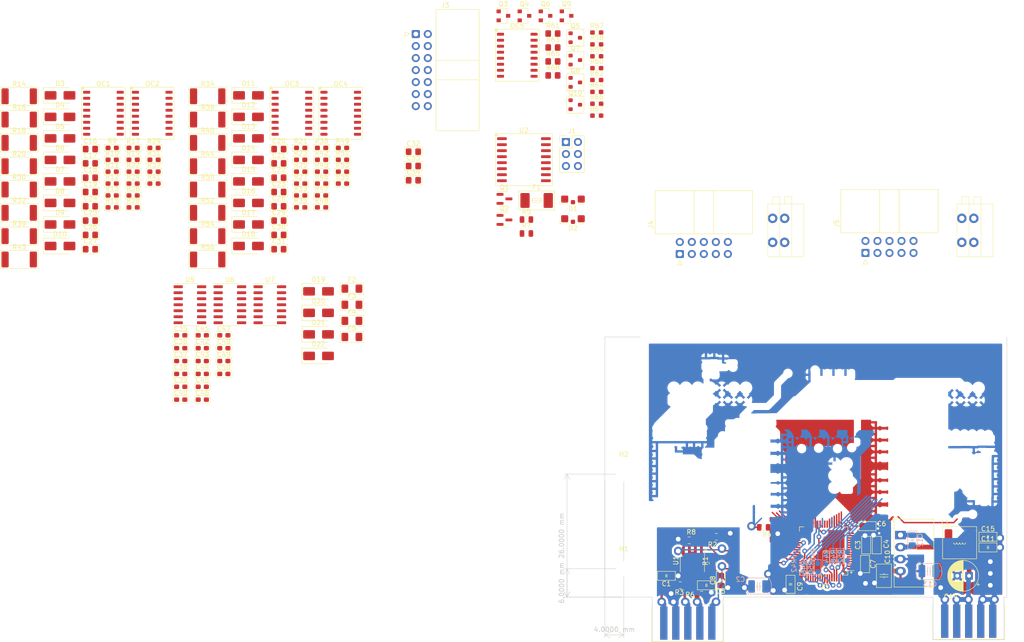
<source format=kicad_pcb>
(kicad_pcb (version 20221018) (generator pcbnew)
  (layers (0 "F.Cu" signal) (31 "B.Cu" signal) (34 "B.Paste" user) (35 "F.Paste" user) (36 "B.SilkS" user "B.Silkscreen") (37 "F.SilkS" user "F.Silkscreen") (38 "B.Mask" user) (39 "F.Mask" user) (44 "Edge.Cuts" user))
  (net 0 "")
  (net 1 "Net-(D1-K)")
  (net 2 "Net-(D1-A)")
  (net 3 "Net-(D2-K)")
  (net 4 "Net-(D2-A)")
  (net 5 "GNDD")
  (net 6 "/NRST")
  (net 7 "+3V3")
  (net 8 "/DE")
  (net 9 "/RO")
  (net 10 "/DI")
  (net 11 "/SWDIO")
  (net 12 "Net-(OC1-Pad8)")
  (net 13 "Net-(OC2-Pad2)")
  (net 14 "Net-(OC2-Pad4)")
  (net 15 "/RTS")
  (net 16 "/SWCLK")
  (net 17 "GND1")
  (net 18 "/+3.3VRS485")
  (net 19 "+24V")
  (net 20 "Net-(OC2-Pad6)")
  (net 21 "Net-(OC2-Pad8)")
  (net 22 "GNDA")
  (net 23 "Net-(OC3-Pad2)")
  (net 24 "Net-(OC3-Pad4)")
  (net 25 "Net-(OC3-Pad6)")
  (net 26 "Net-(OC3-Pad8)")
  (net 27 "Net-(OC3-Pad9)")
  (net 28 "/RTS_cont")
  (net 29 "Net-(OC3-Pad11)")
  (net 30 "Net-(OC3-Pad13)")
  (net 31 "Net-(OC4-Pad2)")
  (net 32 "Net-(OC1-Pad2)")
  (net 33 "Net-(OC1-Pad4)")
  (net 34 "Net-(OC1-Pad6)")
  (net 35 "Net-(OC4-Pad4)")
  (net 36 "Net-(OC4-Pad6)")
  (net 37 "Net-(OC4-Pad8)")
  (net 38 "Net-(OC4-Pad9)")
  (net 39 "Net-(OC4-Pad11)")
  (net 40 "Net-(OC4-Pad13)")
  (net 41 "Net-(U1-DE)")
  (net 42 "Net-(U1-RO)")
  (net 43 "Net-(U1-DI)")
  (net 45 "Net-(U2-EN2)")
  (net 46 "Net-(RS1-Pin_3)")
  (net 47 "Net-(U2-EN1)")
  (net 48 "Net-(RS1-Pin_4)")
  (net 76 "Net-(OC4-Pad15)")
  (net 77 "/IN_Detector/OUT1_1")
  (net 78 "Net-(OC5-Pad2)")
  (net 80 "Net-(OC5-Pad4)")
  (net 81 "Net-(OC5-Pad6)")
  (net 82 "Net-(Q1-B)")
  (net 83 "Net-(Q2-B)")
  (net 84 "Net-(OC5-Pad8)")
  (net 85 "/D11")
  (net 86 "/D12")
  (net 87 "/D13")
  (net 88 "/D14")
  (net 89 "/D22")
  (net 90 "/D23")
  (net 91 "/D24")
  (net 92 "/D21")
  (net 93 "/D28")
  (net 94 "/D27")
  (net 95 "/D26")
  (net 96 "/D25")
  (net 97 "/D18")
  (net 98 "/D17")
  (net 99 "/D16")
  (net 100 "/D15")
  (net 105 "Net-(U4-IN+)")
  (net 106 "Net-(OC5-Pad10)")
  (net 107 "Net-(OC5-Pad12)")
  (net 108 "Net-(OC5-Pad14)")
  (net 109 "Net-(OC5-Pad16)")
  (net 110 "Net-(Q3-G)")
  (net 111 "Net-(Q4-G)")
  (net 112 "/LED_ON_1")
  (net 113 "Net-(Q5-C)")
  (net 114 "Net-(Q6-G)")
  (net 115 "/FT_ON_1")
  (net 116 "Net-(Q7-C)")
  (net 117 "/LED_ON_2")
  (net 118 "Net-(Q8-C)")
  (net 119 "Net-(Q9-G)")
  (net 120 "/FT_ON_2")
  (net 121 "Net-(Q10-C)")
  (net 122 "Net-(RS2-Pin_2)")
  (net 123 "/IN_OUT_Detector/D1_5")
  (net 124 "/IN_OUT_Detector/D1_2")
  (net 125 "/IN_OUT_Detector/D1_6")
  (net 126 "/IN_OUT_Detector/D1_3")
  (net 127 "/IN_OUT_Detector/D1_7")
  (net 128 "/IN_OUT_Detector/D1_4")
  (net 129 "/IN_OUT_Detector/D1_8")
  (net 130 "/IN_Detector/OUT1_2")
  (net 131 "/IN_Detector/OUT1_3")
  (net 132 "/IN_Detector/OUT1_4")
  (net 133 "/IN_Detector/OUT2_1")
  (net 134 "/IN_Detector/OUT2_2")
  (net 135 "/IN_Detector/OUT2_3")
  (net 136 "/IN_Detector/OUT2_4")
  (net 137 "/IN_Detector/OUT1_5")
  (net 138 "/IN_Detector/OUT1_6")
  (net 139 "/IN_Detector/OUT1_7")
  (net 140 "/IN_Detector/OUT1_8")
  (net 141 "/IN_Detector/OUT2_5")
  (net 142 "/IN_Detector/OUT2_6")
  (net 143 "/IN_Detector/OUT2_7")
  (net 144 "/IN_Detector/OUT2_8")
  (net 145 "/IN_Detector/D2_1")
  (net 146 "/IN_Detector/D2_2")
  (net 147 "/IN_Detector/D2_3")
  (net 148 "/IN_Detector/D2_4")
  (net 149 "/IN_Detector/D2_5")
  (net 150 "/IN_Detector/D2_6")
  (net 151 "/IN_Detector/D2_7")
  (net 152 "/IN_Detector/D2_8")
  (net 153 "/IN_Detector/D1_1")
  (net 154 "/IN_Detector/D1_2")
  (net 155 "/IN_Detector/D1_3")
  (net 156 "/IN_Detector/D1_4")
  (net 157 "/IN_Detector/D1_5")
  (net 158 "/IN_Detector/D1_6")
  (net 159 "/IN_Detector/D1_7")
  (net 160 "/IN_Detector/D1_8")
  (net 161 "Net-(D19-A1)")
  (net 162 "Net-(D20-A1)")
  (net 163 "Net-(D21-A1)")
  (net 164 "Net-(D22-A1)")
  (net 165 "/IN_Detector/+24_LED_1")
  (net 166 "/IN_Detector/+24_FT_1")
  (net 167 "/IN_Detector/+24_LED_2")
  (net 168 "/IN_Detector/+24_FT_2")
  (net 183 "Net-(OC1-Pad10)")
  (net 184 "Net-(OC1-Pad12)")
  (net 185 "Net-(OC1-Pad14)")
  (net 186 "Net-(OC1-Pad16)")
  (net 187 "Net-(OC2-Pad10)")
  (net 188 "Net-(OC2-Pad12)")
  (net 189 "Net-(OC2-Pad14)")
  (net 190 "Net-(OC2-Pad16)")
  (net 191 "Net-(OC3-Pad10)")
  (net 192 "Net-(OC3-Pad12)")
  (net 193 "Net-(OC3-Pad14)")
  (net 194 "Net-(OC3-Pad16)")
  (net 195 "Net-(OC4-Pad10)")
  (net 196 "Net-(OC4-Pad12)")
  (net 197 "Net-(OC4-Pad14)")
  (net 198 "Net-(OC4-Pad16)")
  (footprint "Resistor_SMD:R_0603_1608Metric_Pad0.98x0.95mm_HandSolder" (layer "F.Cu") (at 87.285 4.14)
    (fp_text reference "R58")
    (fp_text value "473 0603")
  )
  (footprint "PCM_Resistor_SMD_AKL:R_1206_3216Metric_Pad1.42x1.75mm_HandSolder" (layer "F.Cu") (at 35.5125 55.782)
    (fp_text reference "F2")
    (fp_text value "0466.500NRHF (0,5А 1206)")
  )
  (footprint "Diode_SMD:D_SMA" (layer "F.Cu") (at -26.204 42.214)
    (fp_text reference "D9")
    (fp_text value "SMAJ26A")
  )
  (footprint "PCM_Resistor_SMD_AKL:R_0805_2012Metric_Pad1.20x1.40mm_HandSolder" (layer "F.Cu") (at -19.7825 26.2715)
    (fp_text reference "C16")
    (fp_text value "0.1uF 100V 0805")
  )
  (footprint "PCM_Resistor_SMD_AKL:R_0805_2012Metric_Pad1.20x1.40mm_HandSolder" (layer "F.Cu") (at 20.0675 41.3965)
    (fp_text reference "C29")
    (fp_text value "0.1uF 100V 0805")
  )
  (footprint "PCM_Resistor_SMD_AKL:R_2512_6332Metric_Pad1.52x3.35mm_HandSolder" (layer "F.Cu") (at 5.0165 44.684)
    (fp_text reference "R54")
    (fp_text value "102 2512")
  )
  (footprint "Connector_IDC:IDC-Header_2x05_P2.54mm_Horizontal" (layer "F.Cu") (at 144.094 48.238 90)
    (fp_text reference "J5")
    (fp_text value "DS1013-01-10RSiB-B (2)")
  )
  (footprint "PCM_4ms_Package_SOT:SOT-23" (layer "F.Cu") (at 80.895 -1.9)
    (fp_text reference "Q9")
    (fp_text value "Si2309CDS (SOT-23)")
  )
  (footprint "PCM_Resistor_SMD_AKL:R_0805_2012Metric_Pad1.20x1.40mm_HandSolder" (layer "F.Cu") (at 20.0675 38.3715)
    (fp_text reference "C28")
    (fp_text value "0.1uF 100V 0805")
  )
  (footprint "PCM_4ms_Package_SOT:SOT-23" (layer "F.Cu") (at 76.445 -1.9)
    (fp_text reference "Q6")
    (fp_text value "Si2309CDS (SOT-23)")
  )
  (footprint "PCM_Resistor_SMD_AKL:R_0603_1608Metric_Pad1.05x0.95mm_HandSolder" (layer "F.Cu") (at 29.099 36.0855)
    (fp_text reference "R47")
    (fp_text value "102 0603")
  )
  (footprint "PCM_Capacitor_SMD_US_Handsoldering_AKL:C_0603_1608Metric_Pad1.08x0.95mm" (layer "F.Cu") (at -0.684061 68.369004)
    (fp_text reference "C36")
    (fp_text value "0,01uF 50V 0603" hide)
  )
  (footprint "PCM_Package_SO_AKL:SOIC-16W_5.3x10.2mm_P1.27mm" (layer "F.Cu") (at 33.146 18.699)
    (fp_text reference "OC4")
    (fp_text value "IS281- 4" hide)
  )
  (footprint "PCM_Capacitor_SMD_AKL:C_0805_2012Metric_Pad1.18x1.45mm_HandSolder" (layer "F.Cu") (at 113.5 117.5 90)
    (fp_text reference "C8")
    (fp_text value "0,1uF 100V 0805")
  )
  (footprint "PCM_Resistor_SMD_AKL:R_0603_1608Metric_Pad1.05x0.95mm_HandSolder" (layer "F.Cu") (at 33.521 31.0515)
    (fp_text reference "R53")
    (fp_text value "102 0603")
  )
  (footprint "PCM_Resistor_SMD_AKL:R_0603_1608Metric_Pad1.05x0.95mm_HandSolder" (layer "F.Cu") (at 29.099 26.0175)
    (fp_text reference "R38")
    (fp_text value "102 0603")
  )
  (footprint "PCM_Resistor_SMD_AKL:R_0603_1608Metric_Pad1.05x0.95mm_HandSolder" (layer "F.Cu") (at 29.099 28.5345)
    (fp_text reference "R42")
    (fp_text value "102 0603")
  )
  (footprint "PCM_Resistor_SMD_AKL:R_2512_6332Metric_Pad1.52x3.35mm_HandSolder" (layer "F.Cu") (at 5.0165 24.964)
    (fp_text reference "R40")
    (fp_text value "102 2512")
  )
  (footprint "PCM_4ms_Package_SOT:SOT-23" (layer "F.Cu") (at 67.545 -1.9)
    (fp_text reference "Q3")
    (fp_text value "Si2309CDS (SOT-23)")
  )
  (footprint "PCM_Resistor_SMD_AKL:R_0805_2012Metric_Pad1.20x1.40mm_HandSolder" (layer "F.Cu") (at 144.25 110 90)
    (fp_text reference "C3")
    (fp_text value "0,1uF 50V 0805")
  )
  (footprint "PCM_Capacitor_SMD_US_Handsoldering_AKL:C_0603_1608Metric_Pad1.08x0.95mm" (layer "F.Cu") (at 3.875817 71.089007)
    (fp_text reference "C43")
    (fp_text value "0,01uF 50V 0603" hide)
  )
  (footprint "Diode_SMD:D_SMA" (layer "F.Cu") (at -26.204 37.664)
    (fp_text reference "D8")
    (fp_text value "SMAJ26A")
  )
  (footprint "PCM_Resistor_SMD_AKL:R_0805_2012Metric_Pad1.20x1.40mm_HandSolder" (layer "F.Cu") (at 20.0675 47.4465)
    (fp_text reference "C31")
    (fp_text value "0.1uF 100V 0805")
  )
  (footprint "PCM_Resistor_SMD_AKL:R_0603_1608Metric_Pad1.05x0.95mm_HandSolder" (layer "F.Cu") (at 24.677 33.5685)
    (fp_text reference "R27")
    (fp_text value "102 0603")
  )
  (footprint "PCM_Inductor_SMD_Handsoldering_AKL:L_Bourns-SRN6028" (layer "F.Cu") (at 164 109.5 180)
    (fp_text reference "L1")
    (fp_text value "6,8uH 3,5A ETQP3M6R8KVP" hide)
  )
  (footprint "PCM_Capacitor_SMD_US_Handsoldering_AKL:C_0603_1608Metric_Pad1.08x0.95mm" (layer "F.Cu") (at 3.875817 68.369004)
    (fp_text reference "C42")
    (fp_text value "0,01uF 50V 0603" hide)
  )
  (footprint "Diode_SMD:D_SMA" (layer "F.Cu") (at 28.456 70.004)
    (fp_text reference "D22")
    (fp_text value "SMAJ26A")
  )
  (footprint "PCM_4ms_Resistor:R_0805_2012Metric" (layer "F.Cu") (at 122.5625 106.25)
    (fp_text reference "R4")
    (fp_text value "472 0805")
  )
  (footprint "LED_SMD:LED_Kingbright_KPA-3010_3x2x1mm" (layer "F.Cu") (at 82.25 36.35)
    (fp_text reference "D1")
    (fp_text value "KPA-3010CGCK")
  )
  (footprint "PCM_4ms_Resistor:R_0805_2012Metric" (layer "F.Cu") (at 111.75 113.8125 -90)
    (fp_text reference "R1")
    (fp_text value "103 0805")
  )
  (footprint "PCM_Resistor_SMD_AKL:R_0805_2012Metric_Pad1.20x1.40mm_HandSolder" (layer "F.Cu") (at 146.5 110 90)
    (fp_text reference "C4")
    (fp_text value "4,7uF 50V 0805")
  )
  (footprint "PCM_Resistor_SMD_AKL:R_0603_1608Metric_Pad1.05x0.95mm_HandSolder" (layer "F.Cu") (at -15.173 33.5685)
    (fp_text reference "R12")
    (fp_text value "102 0603")
  )
  (footprint "Resistor_SMD:R_0603_1608Metric_Pad0.98x0.95mm_HandSolder" (layer "F.Cu") (at 87.285 6.65)
    (fp_text reference "R59")
    (fp_text value "103 0603")
  )
  (footprint "PCM_Capacitor_SMD_US_Handsoldering_AKL:C_0603_1608Metric_Pad1.08x0.95mm" (layer "F.Cu") (at 8.435695 68.369004)
    (fp_text reference "C48")
    (fp_text value "0,01uF 50V 0603" hide)
  )
  (footprint "PCM_Resistor_SMD_AKL:R_0603_1608Metric_Pad1.05x0.95mm_HandSolder" (layer "F.Cu") (at -15.173 26.0175)
    (fp_text reference "R9")
    (fp_text value "102 0603")
  )
  (footprint "PCM_Resistor_SMD_AKL:R_2512_6332Metric_Pad1.52x3.35mm_HandSolder" (layer "F.Cu") (at -34.8335 49.614)
    (fp_text reference "R43")
    (fp_text value "102 2512")
  )
  (footprint "PCM_Resistor_SMD_AKL:R_0603_1608Metric_Pad1.05x0.95mm_HandSolder" (layer "F.Cu") (at 24.677 28.5345)
    (fp_text reference "R23")
    (fp_text value "102 0603")
  )
  (footprint "PCM_Resistor_SMD_AKL:R_0805_2012Metric_Pad1.20x1.40mm_HandSolder" (layer "F.Cu") (at -19.7825 44.4215)
    (fp_text reference "C26")
    (fp_text value "0.1uF 100V 0805")
  )
  (footprint "PCM_Resistor_SMD_AKL:R_0805_2012Metric_Pad1.20x1.40mm_HandSolder" (layer "F.Cu") (at 20.0675 44.4215)
    (fp_text reference "C30")
    (fp_text value "0.1uF 100V 0805")
  )
  (footprint "Resistor_SMD:R_0603_1608Metric_Pad0.98x0.95mm_HandSolder" (layer "F.Cu") (at 87.285 14.18)
    (fp_text reference "R64")
    (fp_text value "473 0603")
  )
  (footprint "MountingHole:MountingHole_3.2mm_M3" (layer "F.Cu") (at 93 95)
    (fp_text reference "H2")
    (fp_text value "MountingHole")
  )
  (footprint "PCM_Resistor_SMD_AKL:R_2512_6332Metric_Pad1.52x3.35mm_HandSolder" (layer "F.Cu") (at -34.8335 44.684)
    (fp_text reference "R39")
    (fp_text value "102 2512")
  )
  (footprint "Package_QFP:LQFP-64_10x10mm_P0.5mm" (layer "F.Cu") (at 135.25 111.25 180)
    (fp_text reference "U3")
    (fp_text value "STM32G070RBTx" hide)
  )
  (footprint "PCM_Capacitor_SMD_US_Handsoldering_AKL:C_0603_1608Metric_Pad1.08x0.95mm" (layer "F.Cu") (at -0.684061 71.089007)
    (fp_text reference "C37")
    (fp_text value "0,01uF 50V 0603" hide)
  )
  (footprint "Diode_SMD:D_SMA" (layer "F.Cu") (at 13.646 28.564)
    (fp_text reference "D14")
    (fp_text value "SMAJ26A")
  )
  (footprint "Connector_PinHeader_2.54mm:PinHeader_2x03_P2.54mm_Vertical" (layer "F.Cu") (at 80.765 24.78)
    (fp_text reference "J1")
    (fp_text value "Prog")
  )
  (footprint "PCM_Capacitor_SMD_US_Handsoldering_AKL:C_0603_1608Metric_Pad1.08x0.95mm" (layer "F.Cu") (at 3.875817 76.529013)
    (fp_text reference "C45")
    (fp_text value "0,01uF 50V 0603" hide)
  )
  (footprint "PCM_Resistor_SMD_AKL:R_0603_1608Metric_Pad1.05x0.95mm_HandSolder" (layer "F.Cu") (at -10.751 36.0855)
    (fp_text reference "R26")
    (fp_text value "102 0603")
  )
  (footprint "Package_TO_SOT_SMD:SOT-23" (layer "F.Cu") (at 67.765 41.25)
    (fp_text reference "Q2")
    (fp_text value "DTC114ECA")
  )
  (footprint "PCM_Resistor_SMD_AKL:R_0805_2012Metric_Pad1.20x1.40mm_HandSolder" (layer "F.Cu") (at -19.7825 35.3465)
    (fp_text reference "C19")
    (fp_text value "0.1uF 100V 0805")
  )
  (footprint "PCM_Package_SO_AKL:SOIC-16W_5.3x10.2mm_P1.27mm" (layer "F.Cu") (at 70.48 6.435)
    (fp_text reference "OC5")
    (fp_text value "IS281- 4" hide)
  )
  (footprint "PCM_Resistor_SMD_AKL:R_0603_1608Metric_Pad1.05x0.95mm_HandSolder" (layer "F.Cu") (at -10.751 26.0175)
    (fp_text reference "R17")
    (fp_text value "102 0603")
  )
  (footprint "Diode_SMD:D_SMA" (layer "F.Cu") (at 13.646 46.764)
    (fp_text reference "D18")
    (fp_text value "SMAJ26A")
  )
  (footprint "PCM_Capacitor_SMD_AKL:C_0805_2012Metric_Pad1.18x1.45mm_HandSolder" (layer "F.Cu") (at 170 108.25)
    (fp_text reference "C15")
    (fp_text value "0,1uF 100V 0805")
  )
  (footprint "PCM_Resistor_SMD_AKL:R_0805_2012Metric_Pad1.20x1.40mm_HandSolder" (layer "F.Cu") (at 48.5115 26.8275)
    (fp_text reference "C32")
    (fp_text value "0.1uF 100V 0805")
  )
  (footprint "Resistor_SMD:R_0603_1608Metric_Pad0.98x0.95mm_HandSolder" (layer "F.Cu") (at 87.285 16.69)
    (fp_text reference "R66")
    (fp_text value "103 0603")
  )
  (footprint "MountingHole:MountingHole_3.2mm_M3" (layer "F.Cu") (at 93 115)
    (fp_text reference "H1")
    (fp_text value "MountingHole")
  )
  (footprint "PCM_Capacitor_SMD_US_Handsoldering_AKL:C_0603_1608Metric_Pad1.08x0.95mm" (layer "F.Cu") (at -0.684061 76.529013)
    (fp_text reference "C39")
    (fp_text value "0,01uF 50V 0603" hide)
  )
  (footprint "PCM_Resistor_SMD_AKL:R_2512_6332Metric_Pad1.52x3.35mm_HandSolder" (layer "F.Cu") (at 5.0165 20.034)
    (fp_text reference "R36")
    (fp_text value "102 2512")
  )
  (footprint "Resistor_SMD:R_0805_2012Metric_Pad1.20x1.40mm_HandSolder" (layer "F.Cu") (at 78.015 7.75)
    (fp_text reference "R65")
    (fp_text value "201 0805")
  )
  (footprint "Diode_SMD:D_SMA" (layer "F.Cu") (at -26.204 24.014)
    (fp_text reference "D5")
    (fp_text value "SMAJ26A")
  )
  (footprint "PCM_Resistor_SMD_AKL:R_0805_2012Metric_Pad1.20x1.40mm_HandSolder" (layer "F.Cu") (at 20.0675 32.3215)
    (fp_text reference "C22")
    (fp_text value "0.1uF 100V 0805")
  )
  (footprint "PCM_Resistor_SMD_AKL:R_1206_3216Metric_Pad1.42x1.75mm_HandSolder" (layer "F.Cu") (at 35.5125 62.594)
    (fp_text reference "F4")
    (fp_text value "0466.500NRHF (0,5А 1206)")
  )
  (footprint "PCM_Package_SO_AKL:SOIC-16W_7.5x10.3mm_P1.27mm" (layer "F.Cu") (at 71.88 28.515)
    (fp_text reference "U2")
    (fp_text value "ISO6741FDWR" hide)
  )
  (footprint "Diode_SMD:D_SMA" (layer "F.Cu") (at 13.646 37.664)
    (fp_text reference "D16")
    (fp_text value "SMAJ26A")
  )
  (footprint "PCM_Resistor_SMD_AKL:R_0603_1608Metric_Pad1.05x0.95mm_HandSolder" (layer "F.Cu") (at -15.173 38.6025)
    (fp_text reference "R15")
    (fp_text value "102 0603")
  )
  (footprint "PCM_Capacitor_SMD_US_Handsoldering_AKL:C_0603_1608Metric_Pad1.08x0.95mm" (layer "F.Cu") (at -0.684061 65.649001)
    (fp_text reference "C35")
    (fp_text value "0,01uF 50V 0603" hide)
  )
  (footprint "PCM_Capacitor_SMD_AKL:C_0805_2012Metric_Pad1.18x1.45mm_HandSolder" (layer "F.Cu") (at 170 110.5)
    (fp_text reference "C11")
    (fp_text value "4,7uF 50V 0805" hide)
  )
  (footprint "PCM_4ms_Resistor:R_0805_2012Metric" (layer "F.Cu") (at 109.4375 120.5 180)
    (fp_text reference "R6")
    (fp_text value "561 0805")
  )
  (footprint "Resistor_SMD:R_0603_1608Metric_Pad0.98x0.95mm_HandSolder" (layer "F.Cu") (at 87.285 1.63)
    (fp_text reference "R57")
    (fp_text value "103 0603")
  )
  (footprint "Resistor_SMD:R_0603_1608Metric_Pad0.98x0.95mm_HandSolder" (layer "F.Cu") (at 87.285 19.2)
    (fp_text reference "R67")
    (fp_text value "473 0603")
  )
  (footprint "PCM_Resistor_SMD_AKL:R_0603_1608Metric_Pad1.05x0.95mm_HandSolder" (layer "F.Cu") (at -6.329 31.0515)
    (fp_text reference "R37")
    (fp_text value "102 0603")
  )
  (footprint "PCM_Resistor_SMD_AKL:R_0805_2012Metric_Pad1.20x1.40mm_HandSolder" (layer "F.Cu") (at 144 114 -90)
    (fp_text reference "C7")
    (fp_text value "0,1uF 50V 0805")
  )
  (footprint "PCM_4ms_Resistor:R_0805_2012Metric" (layer "F.Cu") (at 112.5625 108.25 180)
    (fp_text reference "R2")
    (fp_text value "472 0805")
  )
  (footprint "PCM_Package_SO_AKL:SOIC-16W_5.3x10.2mm_P1.27mm" (layer "F.Cu") (at -17.024 18.699)
    (fp_text reference "OC1")
    (fp_text value "IS281- 4" hide)
  )
  (footprint "PCM_Capacitor_SMD_US_Handsoldering_AKL:C_0603_1608Metric_Pad1.08x0.95mm" (layer "F.Cu") (at 3.875817 65.649001)
    (fp_text reference "C41")
    (fp_text value "0,01uF 50V 0603" hide)
  )
  (footprint "Connector:DG141V-2.54-02P" (layer "F.Cu") (at 124.46 40.92)
    (fp_text reference "J2" hide)
    (fp_text value "Conn_01x02_Pin")
  )
  (footprint "PCM_Resistor_SMD_AKL:R_0603_1608Metric_Pad1.05x0.95mm_HandSolder" (layer "F.Cu") (at 33.521 26.0175)
    (fp_text reference "R49")
    (fp_text value "102 0603")
  )
  (footprint "PCM_Package_SO_AKL:SOIC-16W_5.3x10.2mm_P1.27mm" (layer "F.Cu") (at -6.704 18.699)
    (fp_text reference "OC2")
    (fp_text value "IS281- 4" hide)
  )
  (footprint "PCM_Package_TO_SOT_SMD_AKL:SOT-23" (layer "F.Cu") (at 82.75 16.895)
    (fp_text reference "Q10")
    (fp_text value "DTC114ECA (SOT-23)" hide)
  )
  (footprint "PCM_Resistor_SMD_AKL:R_0603_1608Metric_Pad1.05x0.95mm_HandSolder" (layer "F.Cu") (at 29.099 33.5685)
    (fp_text reference "R46")
    (fp_text value "102 0603")
  )
  (footprint "Package_SO:SO-14_3.9x8.65mm_P1.27mm" (layer "F.Cu") (at 18.161 59.184)
    (fp_text reference "U7")
    (fp_text value "HEF40106B")
  )
  (footprint "PCM_Capacitor_THT_AKL:CP_Radial_D6.3mm_P2.50mm" (layer "F.Cu") (at 166 116.5 180)
    (fp_text reference "C14")
    (fp_text value "47uF 63V D10,5" hide)
  )
  (footprint "Package_TO_SOT_SMD:SOT-23" (layer "F.Cu") (at 67.765 36.8)
    (fp_text reference "Q1")
    (fp_text value "DTC114ECA")
  )
  (footprint "PCM_Package_SO_AKL:SOIC-16W_5.3x10.2mm_P1.27mm" (layer "F.Cu") (at 22.826 18.699)
    (fp_text reference "OC3")
    (fp_text value "IS281- 4" hide)
  )
  (footprint "Diode_SMD:D_SMA" (layer "F.Cu") (at -26.204 19.464)
    (fp_text reference "D4")
    (fp_text value "SMAJ26A")
  )
  (footprint "PCM_Resistor_SMD_AKL:R_0603_1608Metric_Pad1.05x0.95mm_HandSolder" (layer "F.Cu") (at -10.751 38.6025)
    (fp_text reference "R28")
    (fp_text value "102 0603")
  )
  (footprint "PCM_Resistor_SMD_AKL:R_0603_1608Metric_Pad1.05x0.95mm_HandSolder" (layer "F.Cu") (at 33.521 33.5685)
    (fp_text reference "R55")
    (fp_text value "102 0603")
  )
  (footprint "PCM_Resistor_SMD_AKL:R_2512_6332Metric_Pad1.52x3.35mm_HandSolder" (layer "F.Cu") (at -34.8335 34.824)
    (fp_text reference "R30")
    (fp_text value "102 2512")
  )
  (footprint "PCM_Resistor_SMD_AKL:R_0805_2012Metric_Pad1.20x1.40mm_HandSolder" (layer "F.Cu") (at 144.5 106)
    (fp_text reference "C6")
    (fp_text value "0,1uF 50V 0805" hide)
  )
  (footprint "Resistor_SMD:R_0805_2012Metric_Pad1.20x1.40mm_HandSolder" (layer "F.Cu") (at 78.015 10.7)
    (fp_text reference "R68")
    (fp_text value "201 0805")
  )
  (footprint "Diode_SMD:D_SMA" (layer "F.Cu") (at 13.646 33.114)
    (fp_text reference "D15")
    (fp_text value "SMAJ26A")
  )
  (footprint "PCM_Capacitor_SMD_US_Handsoldering_AKL:C_0603_1608Metric_Pad1.08x0.95mm" (layer "F.Cu") (at -0.684061 73.80901)
    (fp_text reference "C38")
    (fp_text value "0,01uF 50V 0603" hide)
  )
  (footprint "PCM_Fuse_Handsoldering_AKL:Fuse_Littelfuse-NANO2-451_453" (layer "F.Cu") (at 74.57 37.135)
    (fp_text reference "F1")
    (fp_text value "0452.500MRL" hide)
  )
  (footprint "PCM_Resistor_SMD_AKL:R_0805_2012Metric_Pad1.20x1.40mm_HandSolder" (layer "F.Cu") (at 20.0675 26.2715)
    (fp_text reference "C20")
    (fp_text value "0.1uF 100V 0805")
  )
  (footprint "Converter_DCDC:Converter_DCDC_Murata_MEE3SxxxxSC_THT" (layer "F.Cu") (at 151.5 107.88)
    (fp_text reference "U4" hide)
    (fp_text value "AM1SS-2403SJZ")
  )
  (footprint "PCM_Resistor_SMD_AKL:R_2512_6332Metric_Pad1.52x3.35mm_HandSolder" (layer "F.Cu") (at 5.0165 39.754)
    (fp_text reference "R52")
    (fp_text value "102 2512")
  )
  (footprint "Connector_IDC:IDC-Header_2x05_P2.54mm_Horizontal" (layer "F.Cu") (at 104.84 48.46 90)
    (fp_text reference "J4")
    (fp_text value "DS1013-01-10RSiB-B (1)")
  )
  (footprint "PCM_Resistor_SMD_AKL:R_0805_2012Metric_Pad1.20x1.40mm_HandSolder" (layer "F.Cu") (at -19.7825 41.3965)
    (fp_text reference "C25")
    (fp_text value "0.1uF 100V 0805")
  )
  (footprint "PCM_Resistor_SMD_AKL:R_0603_1608Metric_Pad1.05x0.95mm_HandSolder" (layer "F.Cu") (at 24.677 26.0175)
    (fp_text reference "R21")
    (fp_text value "102 0603")
  )
  (footprint "Diode_SMD:D_SMA" (layer "F.Cu") (at 13.646 14.914)
    (fp_text reference "D11")
    (fp_text value "SMAJ26A")
  )
  (footprint "PCM_Resistor_SMD_AKL:R_1206_3216Metric_Pad1.42x1.75mm_HandSolder" (layer "F.Cu") (at 35.5125 59.188)
    (fp_text reference "F3")
    (fp_text value "0466.500NRHF (0,5А 1206)")
  )
  (footprint "PCM_Resistor_SMD_AKL:R_0603_1608Metric_Pad1.05x0.95mm_HandSolder" (layer "F.Cu") (at -6.329 28.5345)
    (fp_text reference "R31")
    (fp_text value "102 0603")
  )
  (footprint "Package_SO:SO-14_3.9x8.65mm_P1.27mm" (layer "F.Cu") (at 9.711 59.184)
    (fp_text reference "U6")
    (fp_text value "HEF40106B")
  )
  (footprint "PCM_Capacitor_SMD_US_Handsoldering_AKL:C_0603_1608Metric_Pad1.08x0.95mm" (layer "F.Cu") (at 8.435695 73.80901)
    (fp_text reference "C50")
    (fp_text value "0,01uF 50V 0603" hide)
  )
  (footprint "Diode_SMD:D_SMA" (layer "F.Cu") (at 28.456 65.454)
    (fp_text reference "D21")
    (fp_text value "SMAJ26A")
  )
  (footprint "PCM_Capacitor_SMD_AKL:C_0805_2012Metric_Pad1.18x1.45mm_HandSolder" (layer "F.Cu") (at 128.25 118.2875 90)
    (fp_text reference "C9")
    (fp_text value "0,1uF 100V 0805")
  )
  (footprint "PCM_Resistor_SMD_AKL:R_0805_2012Metric_Pad1.20x1.40mm_HandSolder" (layer "F.Cu") (at -19.7825 32.3215)
    (fp_text reference "C18")
    (fp_text value "0.1uF 100V 0805")
  )
  (footprint "Diode_SMD:D_SMA" (layer "F.Cu") (at -26.204 14.914)
    (fp_text reference "D3")
    (fp_text value "SMAJ26A")
  )
  (footprint "PCM_Resistor_SMD_AKL:R_0603_1608Metric_Pad1.05x0.95mm_HandSolder" (layer "F.Cu") (at -6.329 26.0175)
    (fp_text reference "R29")
    (fp_text value "102 0603")
  )
  (footprint "Diode_SMD:D_SMA" (layer "F.Cu") (at -26.204 33.114)
    (fp_text reference "D7")
    (fp_text value "SMAJ26A")
  )
  (footprint "PCM_Resistor_SMD_AKL:R_2512_6332Metric_Pad1.52x3.35mm_HandSolder" (layer "F.Cu") (at -34.8335 29.894)
    (fp_text reference "R20")
    (fp_text value "102 2512")
  )
  (footprint "PCM_Resistor_SMD_AKL:R_0603_1608Metric_Pad1.05x0.95mm_HandSolder" (layer "F.Cu") (at 24.677 31.0515)
    (fp_text reference "R25")
    (fp_text value "102 0603")
  )
  (footprint "PCM_Resistor_SMD_AKL:R_0603_1608Metric_Pad1.05x0.95mm_HandSolder" (layer "F.Cu") (at 29.099 38.6025)
    (fp_text reference "R48")
    (fp_text value "102 0603")
  )
  (footprint "PCM_Resistor_SMD_AKL:R_0603_1608Metric_Pad1.05x0.95mm_HandSolder" (layer "F.Cu") (at -6.329 33.5685)
    (fp_text reference "R41")
    (fp_text value "102 0603")
  )
  (footprint "Package_SO:SOIC-8_3.9x4.9mm_P1.27mm" (layer "F.Cu") (at 107.5 113.725 -90)
    (fp_text reference "U1")
    (fp_text value "ADM3485EARZ-REEL")
  )
  (footprint "LED_SMD:LED_Kingbright_KPA-3010_3x2x1mm" (layer "F.Cu") (at 82.25 40.5)
    (fp_text reference "D2")
    (fp_text value "KPA-3010CGCK")
  )
  (footprint "PCM_Resistor_SMD_AKL:R_0603_1608Metric_Pad1.05x0.95mm_HandSolder" (layer "F.Cu") (at -10.751 31.0515)
    (fp_text reference "R22")
    (fp_text value "102 0603")
  )
  (footprint "PCM_Resistor_SMD_AKL:R_2512_6332Metric_Pad1.52x3.35mm_HandSolder" (layer "F.Cu") (at -34.8335 15.104)
    (fp_text reference "R14")
    (fp_text value "102 2512")
  )
  (footprint "Diode_SMD:D_SMA" (layer "F.Cu") (at 28.456 60.904)
    (fp_text reference "D20")
    (fp_text value "SMAJ26A")
  )
  (footprint "Diode_SMD:D_SMA" (layer "F.Cu") (at 28.456 56.354)
    (fp_text reference "D19")
    (fp_text value "SMAJ26A")
  )
  (footprint "PCM_4ms_Resistor:R_0805_2012Metric" (layer "F.Cu") (at 72.415 41.17)
    (fp_text reference "R5")
    (fp_text value "151 0805")
  )
  (footprint "PCM_Resistor_SMD_AKL:R_2512_6332Metric_Pad1.52x3.35mm_HandSolder" (layer "F.Cu") (at -34.8335 39.754)
    (fp_text reference "R32")
    (fp_text value "102 2512")
  )
  (footprint "Diode_SMD:D_SMA" (layer "F.Cu") (at -26.204 28.564)
    (fp_text reference "D6")
    (fp_text value "SMAJ26A")
  )
  (footprint "PCM_Resistor_SMD_AKL:R_0603_1608Metric_Pad1.05x0.95mm_HandSolder" (layer "F.Cu") (at -10.751 33.5685)
    (fp_text reference "R24")
    (fp_text value "102 0603")
  )
  (footprint "PCM_4ms_Resistor:R_0805_2012Metric" (layer "F.Cu") (at 72.415 44.12)
    (fp_text reference "R7")
    (fp_text value "151 0805")
  )
  (footprint "PCM_Resistor_SMD_AKL:R_0805_2012Metric_Pad1.20x1.40mm_HandSolder" (layer "F.Cu") (at -19.7825 38.3715)
    (fp_text reference "C24")
    (fp_text value "0.1uF 100V 0805")
  )
  (footprint "PCM_Resistor_SMD_AKL:R_0603_1608Metric_Pad1.05x0.95mm_HandSolder" (layer "F.Cu") (at -10.751 28.5345)
    (fp_text reference "R19")
    (fp_text value "102 0603")
  )
  (footprint "Resistor_SMD:R_0603_1608Metric_Pad0.98x0.95mm_HandSolder" (layer "F.Cu") (at 87.285 9.16)
    (fp_text reference "R60")
    (fp_text value "473 0603")
  )
  (footprint "Diode_SMD:D_SMA" (layer "F.Cu") (at 13.646 42.214)
    (fp_text reference "D17")
    (fp_text value "SMAJ26A")
  )
  (footprint "PCM_Capacitor_SMD_US_Handsoldering_AKL:C_0603_1608Metric_Pad1.08x0.95mm" (layer "F.Cu") (at 8.435695 71.089007)
    (fp_text reference "C49")
    (fp_text value "0,01uF 50V 0603" hide)
  )
  (footprint "PCM_Resistor_SMD_AKL:R_0805_2012Metric_Pad1.20x1.40mm_HandSolder" (layer "F.Cu") (at -19.7825 29.2965)
    (fp_text reference "C17")
    (fp_text value "0.1uF 100V 0805")
  )
  (footprint "PCM_Capacitor_SMD_AKL:C_1210_3225Metric_Pad1.42x2.65mm_HandSolder" (layer "F.Cu") (at 148 116.4875 -90)
    (fp_text reference "C10")
    (fp_text value "10uF 50V 1210 GRM32ER71H106K")
  )
  (footprint "PCM_4ms_Package_SOT:SOT-23" (layer "F.Cu") (at 71.995 -1.9)
    (fp_text reference "Q4")
    (fp_text value "Si2309CDS (SOT-23)")
  )
  (footprint "PCM_Capacitor_SMD_AKL:C_0805_2012Metric_Pad1.18x1.45mm_HandSolder" (layer "F.Cu") (at 102 116.5 180)
    (fp_text reference "C1")
    (fp_text value "1uF 100V 0805")
  )
  (footprint "Package_SO:SO-14_3.9x8.65mm_P1.27mm" (layer "F.Cu") (at 1.261 59.184)
    (fp_text reference "U5")
    (fp_text value "HEF40106B")
  )
  (footprint "Connector:Edge_Conn_KLS1-603-10" (layer "F.Cu") (at 106.54 122.69)
    (fp_text reference "RS1" hide)
    (fp_text value "SL-10 (L-KLS1-603C-10-S)" hide)
  )
  (footprint "Diode_SMD:D_SMA" (layer "F.Cu") (at 13.646 19.464)
    (fp_text reference "D12")
    (fp_text value "SMAJ26A")
  )
  (footprint "Resistor_SMD:R_0805_2012Metric_Pad1.20x1.40mm_HandSolder" (layer "F.Cu") (at 78.015 1.85)
    (fp_text reference "R61")
    (fp_text value "201 0805")
  )
  (footprint "Connector:Edge_Conn_KLS1-603-10" (layer "F.Cu") (at 165.92 122.29)
    (fp_text reference "RS2" hide)
    (fp_text value "SL-10 (L-KLS1-603C-10-S)")
  )
  (footprint "PCM_Capacitor_SMD_US_Handsoldering_AKL:C_0603_1608Metric_Pad1.08x0.95mm" (layer "F.Cu") (at 3.875817 73.80901)
    (fp_text reference "C44")
    (fp_text value "0,01uF 50V 0603" hide)
  )
  (footprint "Resistor_SMD:R_0805_2012Metric_Pad1.20x1.40mm_HandSolder" (layer "F.Cu") (at 78.015 4.8)
    (fp_text reference "R63")
    (fp_text value "201 0805")
  )
  (footprint "PCM_Capacitor_SMD_US_Handsoldering_AKL:C_0603_1608Metric_Pad1.08x0.95mm" (layer "F.Cu") (at -0.684061 79.249016)
    (fp_text reference "C40")
    (fp_text value "0,01uF 50V 0603" hide)
  )
  (footprint "PCM_Package_TO_SOT_SMD_AKL:SOT-23" (layer "F.Cu") (at 82.75 12.175)
    (fp_text reference "Q8")
    (fp_text value "DTC114ECA (SOT-23)" hide)
  )
  (footprint "Connector_IDC:IDC-Header_2x07_P2.54mm_Horizontal" (layer "F.Cu") (at 49.02 1.95)
    (fp_text reference "J3")
    (fp_text value "DS1013-01-14RSiB-B (1)")
  )
  (footprint "PCM_Resistor_SMD_AKL:R_0603_1608Metric_Pad1.05x0.95mm_HandSolder" (layer "F.Cu") (at 24.677 38.6025)
    (fp_text reference "R35")
    (fp_text value "102 0603")
  )
  (footprint "Connector:DG141V-2.54-02P" (layer "F.Cu") (at 164.46 40.92)
    (fp_text reference "J6" hide)
    (fp_text value "Conn_01x02_Pin")
  )
  (footprint "PCM_Resistor_SMD_AKL:R_1206_3216Metric_Pad1.42x1.75mm_HandSolder" (layer "F.Cu") (at 35.5125 66)
    (fp_text reference "F5")
    (fp_text value "0466.500NRHF (0,5А 1206)")
  )
  (footprint "PCM_4ms_Resistor:R_0805_2012Metric" (layer "F.Cu") (at 106.8125 109)
    (fp_text reference "R8")
    (fp_text value "103 0805")
  )
  (footprint "PCM_Resistor_SMD_AKL:R_0603_1608Metric_Pad1.05x0.95mm_HandSolder" (layer "F.Cu") (at 24.677 36.0855)
    (fp_text reference "R33")
    (fp_text value "102 0603")
  )
  (footprint "PCM_Resistor_SMD_AKL:R_0805_2012Metric_Pad1.20x1.40mm_HandSolder" (layer "F.Cu") (at -19.7825 47.4465)
    (fp_text reference "C27")
    (fp_text value "0.1uF 100V 0805")
  )
  (footprint "Diode_SMD:D_SMA" (layer "F.Cu") (at -26.204 46.764)
    (fp_text reference "D10")
    (fp_text value "SMAJ26A")
  )
  (footprint "PCM_Resistor_SMD_AKL:R_0603_1608Metric_Pad1.05x0.95mm_HandSolder" (layer "F.Cu") (at -15.173 36.0855)
    (fp_text reference "R13")
    (fp_text value "102 0603")
  )
  (footprint "PCM_Resistor_SMD_AKL:R_0603_1608Metric_Pad1.05x0.95mm_HandSolder" (layer "F.Cu") (at 33.521 28.5345)
    (fp_text reference "R51")
    (fp_text value "102 0603")
  )
  (footprint "PCM_Capacitor_SMD_AKL:C_0805_2012Metric_Pad1.18x1.45mm_HandSolder" (layer "F.Cu") (at 110.4625 118.5 180)
    (fp_text reference "C5")
    (fp_text value "0,1uF 100V 0805")
  )
  (footprint "PCM_Resistor_SMD_AKL:R_2512_6332Metric_Pad1.52x3.35mm_HandSolder" (layer "F.Cu") (at 5.0165 49.614)
    (fp_text reference "R56")
    (fp_text value "102 2512")
  )
  (footprint "Resistor_SMD:R_0603_1608Metric_Pad0.98x0.95mm_HandSolder" (layer "F.Cu") (at 87.285 11.67)
    (fp_text reference "R62")
    (fp_text value "103 0603")
  )
  (footprint "PCM_Resistor_SMD_AKL:R_2512_6332Metric_Pad1.52x3.35mm_HandSolder" (layer "F.Cu") (at 5.0165 15.104)
    (fp_text reference "R34")
    (fp_text value "102 2512")
  )
  (footprint "PCM_Resistor_SMD_AKL:R_2512_6332Metric_Pad1.52x3.35mm_HandSolder" (layer "F.Cu") (at -34.8335 24.964)
    (fp_text reference "R18")
    (fp_text value "102 2512")
  )
  (footprint "PCM_4ms_Resistor:R_0805_2012Metric" (layer "F.Cu") (at 104.9375 118.5 180)
    (fp_text reference "R3")
    (fp_text value "561 0805")
  )
  (footprint "PCM_Resistor_SMD_AKL:R_0603_1608Metric_Pad1.05x0.95mm_HandSolder" (layer "F.Cu") (at -15.173 28.5345)
    (fp_text reference "R10")
    (fp_text value "102 0603")
  )
  (footprint "PCM_Package_TO_SOT_SMD_AKL:SOT-23" (layer "F.Cu") (at 82.75 7.455)
    (fp_text reference "Q7")
    (fp_text value "DTC114ECA (SOT-23)" hide)
  )
  (footprint "PCM_Resistor_SMD_AKL:R_2512_6332Metric_Pad1.52x3.35mm_HandSolder" (layer "F.Cu") (at -34.8335 20.034)
    (fp_text reference "R16")
    (fp_text value "102 2512")
  )
  (footprint "Diode_SMD:D_SMA" (layer "F.Cu") (at 13.646 24.014)
    (fp_text reference "D13")
    (fp_text value "SMAJ26A")
  )
  (footprint "PCM_Resistor_SMD_AKL:R_0603_1608Metric_Pad1.05x0.95mm_HandSolder" (layer "F.Cu") (at -15.173 31.0515)
    (fp_text reference "R11")
    (fp_text value "102 0603")
  )
  (footprint "PCM_Resistor_SMD_AKL:R_0603_1608Metric_Pad1.05x0.95mm_HandSolder" (layer "F.Cu") (at 29.099 31.0515)
    (fp_text reference "R45")
    (fp_text value "102 0603")
  )
  (footprint "PCM_Resistor_SMD_AKL:R_0805_2012Metric_Pad1.20x1.40mm_HandSolder" (layer "F.Cu") (at 20.0675 35.3465)
    (fp_text reference "C23")
    (fp_text value "0.1uF 100V 0805")
  )
  (footprint "PCM_Resistor_SMD_AKL:R_0805_2012Metric_Pad1.20x1.40mm_HandSolder" (layer "F.Cu") (at 48.5115 29.8525)
    (fp_text reference "C33")
    (fp_text value "0.1uF 100V 0805")
  )
  (footprint "PCM_Resistor_SMD_AKL:R_2512_6332Metric_Pad1.52x3.35mm_HandSolder" (layer "F.Cu") (at 5.0165 29.894)
    (fp_text reference "R44")
    (fp_text value "102 2512")
  )
  (footprint "PCM_Capacitor_SMD_US_Handsoldering_AKL:C_0603_1608Metric_Pad1.08x0.95mm" (layer "F.Cu") (at 3.875817 79.249016)
    (fp_text reference "C46")
    (fp_text value "0,01uF 50V 0603" hide)
  )
  (footprint "PCM_Resistor_SMD_AKL:R_0805_2012Metric_Pad1.20x1.40mm_HandSolder" (layer "F.Cu") (at 48.5115 32.8775)
    (fp_text reference "C34")
    (fp_text value "0.1uF 100V 0805")
  )
  (footprint "PCM_Package_TO_SOT_SMD_AKL:SOT-23" (layer "F.Cu") (at 82.75 2.735)
    (fp_text reference "Q5")
    (fp_text value "DTC114ECA (SOT-23)" hide)
  )
  (footprint "PCM_Resistor_SMD_AKL:R_0805_2012Metric_Pad1.20x1.40mm_HandSolder" (layer "F.Cu") (at 20.0675 29.2965)
    (fp_text reference "C21")
    (fp_text value "0.1uF 100V 0805")
  )
  (footprint "PCM_Resistor_SMD_AKL:R_2512_6332Metric_Pad1.52x3.35mm_HandSolder" (layer "F.Cu") (at 5.0165 34.824)
    (fp_text reference "R50")
    (fp_text value "102 2512")
  )
  (footprint "PCM_Capacitor_SMD_US_Handsoldering_AKL:C_0603_1608Metric_Pad1.08x0.95mm" (layer "F.Cu") (at 8.435695 65.649001)
    (fp_text reference "C47")
    (fp_text value "0,01uF 50V 0603" hide)
  )
  (footprint "PCM_Resistor_SMD_AKL:R_0603_1608Metric_Pad1.05x0.95mm_HandSolder" (layer "B.Cu") (at 134 114.75 -90)
    (fp_text reference "R50")
    (fp_text value "102 0603")
  )
  (footprint "PCM_Capacitor_SMD_AKL:C_0805_2012Metric_Pad1.18x1.45mm_HandSolder" (layer "B.Cu") (at 154 108.9625 90)
    (fp_text reference "C12")
    (fp_text value "4,7uF 50V 0805" hide)
  )
  (footprint "PCM_Resistor_SMD_AKL:R_0603_1608Metric_Pad1.05x0.95mm_HandSolder" (layer "B.Cu") (at 135.75 113 -90)
    (fp_text reference "R40")
    (fp_text value "102 0603")
  )
  (footprint "PCM_Capacitor_SMD_Handsoldering_AKL:C_1210_3225Metric_Pad1.42x2.65mm" (layer "B.Cu") (at 157.5125 115.5 180)
    (fp_text reference "C13")
    (fp_text value " 270 pf X7R 1206 2000v 202R18W271KW4E" hide)
  )
  (footprint "PCM_Resistor_SMD_AKL:R_0603_1608Metric_Pad1.05x0.95mm_HandSolder" (layer "B.Cu") (at 131 114.75 -90)
    (fp_text reference "R42")
    (fp_text value "102 0603")
  )
  (footprint "PCM_Resistor_SMD_AKL:R_0603_1608Metric_Pad1.05x0.95mm_HandSolder" (layer "B.Cu") (at 140.25 112.375 -90)
    (fp_text reference "R52")
    (fp_text value "102 0603")
  )
  (footprint "PCM_Capacitor_SMD_Handsoldering_AKL:C_1210_3225Metric_Pad1.42x2.65mm" (layer "B.Cu") (at 121.5 118.75)
    (fp_text reference "C2")
    (fp_text value " 270 pf X7R 1206 2000v 202R18W271KW4E" hide)
  )
  (footprint "PCM_Resistor_SMD_AKL:R_0603_1608Metric_Pad1.05x0.95mm_HandSolder" (layer "B.Cu") (at 137.25 112.375 -90)
    (fp_text reference "R44")
    (fp_text value "102 0603")
  )
  (footprint "PCM_Resistor_SMD_AKL:R_0603_1608Metric_Pad1.05x0.95mm_HandSolder" (layer "B.Cu") (at 132.5 114.75 -90)
    (fp_text reference "R46")
    (fp_text value "102 0603")
  )
  (footprint "PCM_Resistor_SMD_AKL:R_0603_1608Metric_Pad1.05x0.95mm_HandSolder" (layer "B.Cu") (at 138.75 112.375 -90)
    (fp_text reference "R48")
    (fp_text value "102 0603")
  )
  (gr_circle (center 110.4 111.158579) (end 110.5 111.258579) (stroke (width 0.15)) (fill none) (layer "F.SilkS"))
  (gr_circle (center 141.1 115.8) (end 141.2 115.9) (stroke (width 0.15)) (fill none) (layer "F.SilkS"))
  (gr_line (start 99 121) (end 99 130.5) (stroke (width 0.1)) (layer "Edge.Cuts"))
  (gr_line (start 158.38 121) (end 158.38 130) (stroke (width 0.1)) (layer "Edge.Cuts"))
  (gr_line (start 158.38 130) (end 173.38 130) (stroke (width 0.1)) (layer "Edge.Cuts"))
  (gr_line (start 173.38 121) (end 174 121) (stroke (width 0.1)) (layer "Edge.Cuts"))
  (gr_line (start 89 66) (end 96.5 66) (stroke (width 0.1)) (layer "Edge.Cuts"))
  (gr_line (start 96.5 121) (end 99 121) (stroke (width 0.1)) (layer "Edge.Cuts"))
  (gr_line (start 114 130.5) (end 114 121) (stroke (width 0.1)) (layer "Edge.Cuts"))
  (gr_line (start 89 121) (end 89 66) (stroke (width 0.1)) (layer "Edge.Cuts"))
  (gr_line (start 96.5 121) (end 89 121) (stroke (width 0.1)) (layer "Edge.Cuts"))
  (gr_line (start 173.38 130) (end 173.38 121) (stroke (width 0.1)) (layer "Edge.Cuts"))
  (gr_line (start 99 130.5) (end 114 130.5) (stroke (width 0.1)) (layer "Edge.Cuts"))
  (gr_line (start 114 121) (end 158.38 121) (stroke (width 0.1)) (layer "Edge.Cuts"))
  (gr_line (start 174 121) (end 174 66) (stroke (width 0.1)) (layer "Edge.Cuts"))
  (dimension (type aligned) (layer "Edge.Cuts") (pts (xy 93 95) (xy 93 121)) (height 12) (gr_text "26,0000 mm" (at 79.85 108 90) (layer "Edge.Cuts") (effects (font (size 1 1) (thickness 0.15)))) (format (prefix "") (suffix "") (units 3) (units_format 1) (precision 4)) (style (thickness 0.1) (arrow_length 1.27) (text_position_mode 0) (extension_height 0.58642) (extension_offset 0.5) keep_text_aligned))
  (dimension (type aligned) (layer "Edge.Cuts") (pts (xy 93 115) (xy 93 121)) (height 12) (gr_text "6,0000 mm" (at 79.85 118 90) (layer "Edge.Cuts") (effects (font (size 1 1) (thickness 0.15)))) (format (prefix "") (suffix "") (units 3) (units_format 1) (precision 4)) (style (thickness 0.1) (arrow_length 1.27) (text_position_mode 0) (extension_height 0.58642) (extension_offset 0.5) keep_text_aligned))
  (dimension (type aligned) (layer "Edge.Cuts") (pts (xy 93 96) (xy 89 96)) (height -33) (gr_text "4,0000 mm" (at 91 127.85) (layer "Edge.Cuts") (effects (font (size 1 1) (thickness 0.15)))) (format (prefix "") (suffix "") (units 3) (units_format 1) (precision 4)) (style (thickness 0.1) (arrow_length 1.27) (text_position_mode 0) (extension_height 0.58642) (extension_offset 0.5) keep_text_aligned))
  (segment (start 146 105.5) (end 145.5 106) (width 1) (layer "F.Cu") (net 5))
  (segment (start 146 109) (end 145.8 108.8) (width 0.3) (layer "F.Cu") (net 5))
  (segment (start 128.075 119.5) (end 128.25 119.325) (width 1) (layer "F.Cu") (net 5))
  (segment (start 127 119.5) (end 128.075 119.5) (width 1) (layer "F.Cu") (net 5))
  (segment (start 145.5 107.6) (end 145.8 107.9) (width 1) (layer "F.Cu") (net 5))
  (segment (start 145.7 108) (end 144 108) (width 1) (layer "F.Cu") (net 5))
  (segment (start 146.75 105.5) (end 146 105.5) (width 1) (layer "F.Cu") (net 5))
  (segment (start 146.75 104.5) (end 146.75 105.5) (width 1) (layer "F.Cu") (net 5))
  (segment (start 146.75 105.5) (end 146.75 106.5) (width 1) (layer "F.Cu") (net 5))
  (segment (start 144 109) (end 144 108) (width 0.3) (layer "F.Cu") (net 5))
  (segment (start 143 116) (end 144 115) (width 1) (layer "F.Cu") (net 5))
  (segment (start 146.2 107.5) (end 145.8 107.9) (width 1) (layer "F.Cu") (net 5))
  (segment (start 144.1 118.1) (end 145.9 118.1) (width 1) (layer "F.Cu") (net 5))
  (segment (start 146.25 106) (end 146.75 106.5) (width 1) (layer "F.Cu") (net 5))
  (segment (start 145.5 106) (end 146.25 106) (width 1) (layer "F.Cu") (net 5))
  (segment (start 145.8 107.9) (end 145.7 108) (width 0.3) (layer "F.Cu") (net 5))
  (segment (start 145.9 118.1) (end 146 118) (width 1) (layer "F.Cu") (net 5))
  (segment (start 145.8 108.8) (end 145.8 107.9) (width 0.3) (layer "F.Cu") (net 5))
  (segment (start 147 107.5) (end 146.2 107.5) (width 1) (layer "F.Cu") (net 5))
  (segment (start 145.5 106.75) (end 145.5 107.6) (width 1) (layer "F.Cu") (net 5))
  (segment (start 145.5 106) (end 145.5 106.75) (width 1) (layer "F.Cu") (net 5))
  (segment (start 146.75 106.95) (end 145.8 107.9) (width 1) (layer "F.Cu") (net 5))
  (segment (start 123.7275 116.27) (end 123.5525 116.095) (width 0.5) (layer "F.Cu") (net 5))
  (segment (start 125.55 116.27) (end 123.7275 116.27) (width 0.5) (layer "F.Cu") (net 5))
  (segment (start 140.925 111) (end 142 111) (width 0.3) (layer "F.Cu") (net 5))
  (segment (start 147 107.5) (end 146.25 107.5) (width 1) (layer "F.Cu") (net 5))
  (segment (start 146.25 107.5) (end 145.5 106.75) (width 1) (layer "F.Cu") (net 5))
  (segment (start 142 111) (end 144 109) (width 0.3) (layer "F.Cu") (net 5))
  (segment (start 146.75 106.5) (end 146.75 106.95) (width 1) (layer "F.Cu") (net 5))
  (via (at 144.1 118.1) (size 1.8) (drill 1) (layers "F.Cu" "B.Cu") (net 5))
  (via (at 123.5525 116.095) (size 1.8) (drill 1) (layers "F.Cu" "B.Cu") (net 5))
  (via (at 147 107.5) (size 1) (drill 0.5) (layers "F.Cu" "B.Cu") (net 5))
  (via (at 124.6 119.6) (size 1.8) (drill 1) (layers "F.Cu" "B.Cu") (net 5))
  (via (at 144 108) (size 1.8) (drill 1) (layers "F.Cu" "B.Cu") (net 5))
  (via (at 127 119.5) (size 1.8) (drill 1) (layers "F.Cu" "B.Cu") (net 5))
  (via (at 143 116) (size 1.8) (drill 1) (layers "F.Cu" "B.Cu") (net 5))
  (via (at 146.75 106.5) (size 1) (drill 0.5) (layers "F.Cu" "B.Cu") (net 5))
  (via (at 146.75 105.5) (size 1) (drill 0.5) (layers "F.Cu" "B.Cu") (net 5))
  (via (at 125.5525 107.595) (size 1.8) (drill 1) (layers "F.Cu" "B.Cu") (net 5))
  (via (at 146 118) (size 1.8) (drill 1) (layers "F.Cu" "B.Cu") (net 5))
  (via (at 145.8 107.9) (size 1.8) (drill 1) (layers "F.Cu" "B.Cu") (net 5))
  (segment (start 124.0525 116.595) (end 123.5525 116.095) (width 1) (layer "B.Cu") (net 5))
  (segment (start 124 119) (end 124 114.5) (width 1) (layer "B.Cu") (net 5))
  (segment (start 144.1 118.1) (end 144.5 117.7) (width 1) (layer "B.Cu") (net 5))
  (segment (start 151.5 112.96) (end 150.46 112.96) (width 1) (layer "B.Cu") (net 5))
  (segment (start 125.5525 107.595) (end 126.0525 107.595) (width 1) (layer "B.Cu") (net 5))
  (segment (start 125.5525 107.595) (end 125.5525 108.095) (width 1) (layer "B.Cu") (net 5))
  (segment (start 124.6 119.6) (end 124 119) (width 1) (layer "B.Cu") (net 5))
  (segment (start 150.54 112.96) (end 151.5 112.96) (width 1) (layer "B.Cu") (net 5))
  (segment (start 142.5 109.25) (end 142.5 107) (width 0.3) (layer "F.Cu") (net 6))
  (segment (start 142.25 109.5) (end 142.5 109.25) (width 0.3) (layer "F.Cu") (net 6))
  (segment (start 141.5 106) (end 140.25 104.75) (width 0.3) (layer "F.Cu") (net 6))
  (segment (start 140.925 109.5) (end 142.25 109.5) (width 0.3) (layer "F.Cu") (net 6))
  (segment (start 143.5 106) (end 141.5 106) (width 0.3) (layer "F.Cu") (net 6))
  (segment (start 142.5 107) (end 143.5 106) (width 0.3) (layer "F.Cu") (net 6))
  (segment (start 143.5 113) (end 142.5 112) (width 0.3) (layer "F.Cu") (net 7))
  (segment (start 129.25 117.25) (end 132.25 120.25) (width 0.5) (layer "F.Cu") (net 7))
  (segment (start 149.5 120.25) (end 151.5 118.25) (width 0.5) (layer "F.Cu") (net 7))
  (segment (start 127.96 117.54) (end 128.25 117.25) (width 0.3) (layer "F.Cu") (net 7))
  (segment (start 143.5 111) (end 143 111.5) (width 0.3) (layer "F.Cu") (net 7))
  (segment (start 121.625 106.25) (end 122 105.875) (width 0.3) (layer "F.Cu") (net 7))
  (segment (start 151.5 118.25) (end 151.5 115.5) (width 0.5) (layer "F.Cu") (net 7))
  (segment (start 148.5 113) (end 148.5 114) (width 1) (layer "F.Cu") (net 7))
  (segment (start 148.5 111) (end 148.5 105.5) (width 1) (layer "F.Cu") (net 7))
  (segment (start 148.5 114) (end 150 115.5) (width 1) (layer "F.Cu") (net 7))
  (segment (start 120.25 106.25) (end 121.625 106.25) (width 0.3) (layer "F.Cu") (net 7))
  (segment (start 128.25 117.25) (end 129.25 117.25) (width 0.5) (layer "F.Cu") (net 7))
  (segment (start 150 115.5) (end 151.5 115.5) (width 1) (layer "F.Cu") (net 7))
  (segment (start 143 111.5) (end 140.925 111.5) (width 0.3) (layer "F.Cu") (net 7))
  (segment (start 120 106) (end 120.25 106.25) (width 0.3) (layer "F.Cu") (net 7))
  (segment (start 125.55 117.54) (end 127.96 117.54) (width 0.3) (layer "F.Cu") (net 7))
  (segment (start 148.5 111) (end 143.5 111) (width 0.3) (layer "F.Cu") (net 7))
  (segment (start 148.5 113) (end 148.5 111) (width 1) (layer "F.Cu") (net 7))
  (segment (start 148.5 113) (end 143.5 113) (width 0.3) (layer "F.Cu") (net 7))
  (segment (start 132.25 120.25) (end 149.5 120.25) (width 0.5) (layer "F.Cu") (net 7))
  (segment (start 149.875 104.125) (end 148.5 105.5) (width 0.5) (layer "F.Cu") (net 7))
  (segment (start 122 105.875) (end 122 105.75) (width 0.3) (layer "F.Cu") (net 7))
  (segment (start 142.5 112) (end 140.925 112) (width 0.3) (layer "F.Cu") (net 7))
  (via (at 120 106) (size 1.8) (drill 1) (layers "F.Cu" "B.Cu") (net 7))
  (segment (start 122.0975 104.345) (end 120.4425 106) (width 0.3) (layer "B.Cu") (net 7))
  (segment (start 120.5 101.75) (end 120.5 105.75) (width 0.5) (layer "B.Cu") (net 7))
  (segment (start 120.4425 106) (end 120 106) (width 0.3) (layer "B.Cu") (net 7))
  (segment (start 125.55 112.46) (end 126.96 112.46) (width 0.3) (layer "F.Cu") (net 8))
  (segment (start 127.5 113) (end 129.575 113) (width 0.3) (layer "F.Cu") (net 8))
  (segment (start 126.96 112.46) (end 127.5 113) (width 0.3) (layer "F.Cu") (net 8))
  (segment (start 125.55 113.73) (end 126.73 113.73) (width 0.3) (layer "F.Cu") (net 9))
  (segment (start 125.415 113.595) (end 125.55 113.73) (width 0.3) (layer "F.Cu") (net 9))
  (segment (start 126.73 113.73) (end 126.8 113.8) (width 0.3) (layer "F.Cu") (net 9))
  (segment (start 131 109.5) (end 129.575 109.5) (width 0.3) (layer "F.Cu") (net 9))
  (via (at 131 109.5) (size 1) (drill 0.5) (layers "F.Cu" "B.Cu") (net 9))
  (via (at 126.8 113.8) (size 1) (drill 0.5) (layers "F.Cu" "B.Cu") (net 9))
  (segment (start 126.8 113.8) (end 127.1 113.8) (width 0.3) (layer "B.Cu") (net 9))
  (segment (start 127.1 113.8) (end 131 109.9) (width 0.3) (layer "B.Cu") (net 9))
  (segment (start 131 109.9) (end 131 109.5) (width 0.3) (layer "B.Cu") (net 9))
  (segment (start 127.3 112) (end 129.575 112) (width 0.3) (layer "F.Cu") (net 10))
  (segment (start 125.55 111.19) (end 126.49 111.19) (width 0.3) (layer "F.Cu") (net 10))
  (segment (start 126.49 111.19) (end 127.3 112) (width 0.3) (layer "F.Cu") (net 10))
  (segment (start 131.25 112.75) (end 131.25 111.25) (width 0.3) (layer "F.Cu") (net 11))
  (segment (start 129.575 113.5) (end 130.5 113.5) (width 0.3) (layer "F.Cu") (net 11))
  (segment (start 130.5 113.5) (end 131.25 112.75) (width 0.3) (layer "F.Cu") (net 11))
  (via (at 131.25 111.25) (size 1) (drill 0.5) (layers "F.Cu" "B.Cu") (net 11))
  (segment (start 131.25 111.25) (end 131.75 111.25) (width 0.3) (layer "B.Cu") (net 11))
  (segment (start 131.75 111.25) (end 133.25 109.75) (width 0.3) (layer "B.Cu") (net 11))
  (segment (start 133.7 107.3) (end 133.7 104.980462) (width 0.3) (layer "B.Cu") (net 11))
  (segment (start 133.25 109.75) (end 133.25 107.75) (width 0.3) (layer "B.Cu") (net 11))
  (segment (start 133.25 107.75) (end 133.7 107.3) (width 0.3) (layer "B.Cu") (net 11))
  (segment (start 113.75 114.5) (end 114.25 115) (width 0.3) (layer "F.Cu") (net 15))
  (segment (start 112.5 122) (end 112.5 122.567864) (width 0.5) (layer "F.Cu") (net 15))
  (segment (start 111.62 122.88) (end 112.5 122) (width 1) (layer "F.Cu") (net 15))
  (segment (start 114.25 115) (end 116.25 115) (width 0.3) (layer "F.Cu") (net 15))
  (segment (start 111.62 126.5) (end 111.62 122.88) (width 1) (layer "F.Cu") (net 15))
  (via (at 113.75 114.5) (size 1.8) (drill 1) (layers "F.Cu" "B.Cu") (net 15))
  (via (at 112.5 122) (size 1.8) (drill 1) (layers "F.Cu" "B.Cu") (net 15))
  (segment (start 113 118.5) (end 113 121.5) (width 0.3) (layer "B.Cu") (net 15))
  (segment (start 112.5 122) (end 111.62 122.88) (width 1) (layer "B.Cu") (net 15))
  (segment (start 113.75 117.75) (end 113 118.5) (width 0.3) (layer "B.Cu") (net 15))
  (segment (start 113.75 114.5) (end 113.75 117.75) (width 0.3) (layer "B.Cu") (net 15))
  (segment (start 111.732233 122) (end 112.5 122) (width 0.3) (layer "B.Cu") (net 15))
  (segment (start 113 121.5) (end 112.5 122) (width 0.3) (layer "B.Cu") (net 15))
  (segment (start 111.62 122.88) (end 111.62 126.5) (width 1) (layer "B.Cu") (net 15))
  (segment (start 134.25 110.5) (end 134.25 108.25) (width 0.3) (layer "F.Cu") (net 16))
  (segment (start 130.75 114) (end 129.575 114) (width 0.3) (layer "F.Cu") (net 16))
  (segment (start 130.75 114) (end 134.25 110.5) (width 0.3) (layer "F.Cu") (net 16))
  (via (at 134.25 108.25) (size 1) (drill 0.5) (layers "F.Cu" "B.Cu") (net 16))
  (segment (start 134.25 106.5) (end 135 105.75) (width 0.3) (layer "B.Cu") (net 16))
  (segment (start 134.25 108.25) (end 134.25 106.5) (width 0.3) (layer "B.Cu") (net 16))
  (segment (start 135 105.75) (end 135 104.387568) (width 0.3) (layer "B.Cu") (net 16))
  (segment (start 105.57 116.5) (end 105.595 116.475) (width 0.3) (layer "F.Cu") (net 17))
  (segment (start 118.5525 117.508658) (end 117.313842 116.27) (width 0.5) (layer "F.Cu") (net 17))
  (segment (start 111.5 118.5) (end 111.5 120) (width 1) (layer "F.Cu") (net 17))
  (segment (start 115.5525 107.595) (end 115.5525 107.9525) (width 0.5) (layer "F.Cu") (net 17))
  (segment (start 104 122.5) (end 103.5 122) (width 1) (layer "F.Cu") (net 17))
  (segment (start 110.375 120.5) (end 111 120.5) (width 1) (layer "F.Cu") (net 17))
  (segment (start 104 126.5) (end 104 122.5) (width 1) (layer "F.Cu") (net 17))
  (segment (start 111 120.5) (end 111.5 120) (width 1) (layer "F.Cu") (net 17))
  (segment (start 103 121.5) (end 103.5 122) (width 1) (layer "F.Cu") (net 17))
  (segment (start 105.295 116.5) (end 105.595 116.2) (width 0.5) (layer "F.Cu") (net 17))
  (segment (start 117.313842 116.27) (end 116.25 116.27) (width 0.5) (layer "F.Cu") (net 17))
  (segment (start 115.5525 107.9525) (end 116.25 108.65) (width 0.5) (layer "F.Cu") (net 17))
  (segment (start 104.5 116.5) (end 105.295 116.5) (width 0.5) (layer "F.Cu") (net 17))
  (segment (start 103 120.25) (end 103 121.5) (width 1) (layer "F.Cu") (net 17))
  (segment (start 118.5525 117.964816) (end 118.5525 117.508658) (width 0.5) (layer "F.Cu") (net 17))
  (segment (start 104.5 116.5) (end 103.0375 116.5) (width 0.5) (layer "F.Cu") (net 17))
  (via (at 115.5 107.5) (size 1.8) (drill 1) (layers "F.Cu" "B.Cu") (net 17))
  (via (at 104.5 116.5) (size 1.8) (drill 1) (layers "F.Cu" "B.Cu") (net 17))
  (via (at 115 119) (size 1.8) (drill 1) (layers "F.Cu" "B.Cu") (net 17))
  (via (at 118.5 119) (size 1.8) (drill 1) (layers "F.Cu" "B.Cu") (net 17))
  (via (at 111.5 120) (size 1.8) (drill 1) (layers "F.Cu" "B.Cu") (net 17))
  (via (at 104.5 108.75) (size 1.8) (drill 1) (layers "F.Cu" "B.Cu") (net 17))
  (via (at 103 120.25) (size 1.8) (drill 1) (layers "F.Cu" "B.Cu") (net 17))
  (via (at 103.5 122) (size 1.8) (drill 1) (layers "F.Cu" "B.Cu") (net 17))
  (segment (start 104 122.5) (end 103.5 122) (width 1) (layer "B.Cu") (net 17))
  (segment (start 115 119) (end 118.5 119) (width 1) (layer "B.Cu") (net 17))
  (segment (start 104 126.5) (end 104 122.5) (width 1) (layer "B.Cu") (net 17))
  (segment (start 101.46 122.46) (end 101 122) (width 1) (layer "F.Cu") (net 18))
  (segment (start 111.625 107.5) (end 111.375 107.25) (width 0.3) (layer "F.Cu") (net 18))
  (segment (start 100.9625 117.9625) (end 100.9625 116.5) (width 0.5) (layer "F.Cu") (net 18))
  (segment (start 111.75 114.75) (end 109.56 114.75) (width 0.3) (layer "F.Cu") (net 18))
  (segment (start 109.93 117) (end 112.9625 117) (width 0.3) (layer "F.Cu") (net 18))
  (segment (start 114.5775 117.54) (end 116.25 117.54) (width 0.3) (layer "F.Cu") (net 18))
  (segment (start 112.9625 117) (end 113.5 116.4625) (width 0.3) (layer "F.Cu") (net 18))
  (segment (start 109.405 114.905) (end 109 114.5) (width 0.3) (layer "F.Cu") (net 18))
  (segment (start 101.5 116) (end 101.5 116.5) (width 0.3) (layer "F.Cu") (net 18))
  (segment (start 101.5 118.5) (end 100.9625 117.9625) (width 0.5) (layer "F.Cu") (net 18))
  (segment (start 101 122) (end 101.46 121.54) (width 0.3) (layer "F.Cu") (net 18))
  (segment (start 101.46 121.54) (end 101.46 121.5) (width 0.3) (layer "F.Cu") (net 18))
  (segment (start 101.46 126.5) (end 101.46 122.46) (width 1) (layer "F.Cu") (net 18))
  (segment (start 101.25 116.5) (end 101.5 116.75) (width 0.5) (layer "F.Cu") (net 18))
  (segment (start 100.9625 116.5) (end 101.25 116.5) (width 0.5) (layer "F.Cu") (net 18))
  (segment (start 109.405 116.475) (end 109.93 117) (width 0.3) (layer "F.Cu") (net 18))
  (segment (start 111.375 107.25) (end 103 107.25) (width 0.3) (layer "F.Cu") (net 18))
  (segment (start 109 114.5) (end 103 114.5) (width 0.3) (layer "F.Cu") (net 18))
  (segment (start 104 118.5) (end 101.5 118.5) (width 0.5) (layer "F.Cu") (net 18))
  (segment (start 109.405 118.905) (end 109.5 119) (width 0.3) (layer "F.Cu") (net 18))
  (segment (start 103 107.25) (end 103 114.5) (width 0.3) (layer "F.Cu") (net 18))
  (segment (start 101.5 121.46) (end 101.46 121.5) (width 0.3) (layer "F.Cu") (net 18))
  (segment (start 109.56 114.75) (end 109.405 114.905) (width 0.3) (layer "F.Cu") (net 18))
  (segment (start 103 114.5) (end 101.5 116) (width 0.3) (layer "F.Cu") (net 18))
  (segment (start 101.5 118.5) (end 101 119) (width 0.5) (layer "F.Cu") (net 18))
  (segment (start 113.5 116.4625) (end 114.5775 117.54) (width 0.3) (layer "F.Cu") (net 18))
  (segment (start 109.405 116.475) (end 109.405 118.905) (width 0.3) (layer "F.Cu") (net 18))
  (segment (start 101 119) (end 101 122) (width 0.5) (layer "F.Cu") (net 18))
  (segment (start 101.5 116.5) (end 101.5 116.75) (width 0.3) (layer "F.Cu") (net 18))
  (segment (start 109.405 116.475) (end 109.405 114.905) (width 0.3) (layer "F.Cu") (net 18))
  (via (at 101 122) (size 1.8) (drill 1) (layers "F.Cu" "B.Cu") (net 18))
  (segment (start 101.46 122.46) (end 101 122) (width 1) (layer "B.Cu") (net 18))
  (segment (start 101.46 126.5) (end 101.46 122.46) (width 1) (layer "B.Cu") (net 18))
  (segment (start 163.38 121.5) (end 165.38 121.5) (width 1) (layer "F.Cu") (net 19))
  (segment (start 165.88 126.06) (end 165.92 126.1) (width 1) (layer "F.Cu") (net 19))
  (segment (start 168.5 110.5) (end 167.35 110.5) (width 1) (layer "F.Cu") (net 19))
  (segment (start 165.88 121.5) (end 165.88 121.195586) (width 1) (layer "F.Cu") (net 19))
  (segment (start 166.35 109.5) (end 166.35 106.85) (width 1) (layer "F.Cu") (net 19))
  (segment (start 167.35 110.5) (end 166.35 109.5) (width 1) (layer "F.Cu") (net 19))
  (segment (start 168.675 108.25) (end 167.6 108.25) (width 1) (layer "F.Cu") (net 19))
  (segment (start 167.6 108.25) (end 166.35 109.5) (width 1) (layer "F.Cu") (net 19))
  (segment (start 165.88 121.5) (end 166.227793 121.5) (width 1) (layer "F.Cu") (net 19))
  (segment (start 165.38 121.5) (end 165.84 121.04) (width 1) (layer "F.Cu") (net 19))
  (segment (start 166 117) (end 166 109.85) (width 1) (layer "F.Cu") (net 19))
  (segment (start 163.38 121.5) (end 163.38 126.1) (width 1) (layer "F.Cu") (net 19))
  (segment (start 166 109.85) (end 166.35 109.5) (width 1) (layer "F.Cu") (net 19))
  (segment (start 165.88 121.5) (end 165.88 126.06) (width 1) (layer "F.Cu") (net 19))
  (segment (start 166.35 109.5) (end 166.35 105.15) (width 1) (layer "F.Cu") (net 19))
  (via (at 163.38 121.5) (size 1.8) (drill 1) (layers "F.Cu" "B.Cu") (net 19))
  (via (at 165.88 121.5) (size 1.8) (drill 1) (layers "F.Cu" "B.Cu") (net 19))
  (segment (start 165.88 121.5) (end 165.88 126.06) (width 1) (layer "B.Cu") (net 19))
  (segment (start 163.38 121.5) (end 165.88 121.5) (width 1) (layer "B.Cu") (net 19))
  (segment (start 165.88 126.06) (end 165.92 126.1) (width 1) (layer "B.Cu") (net 19))
  (segment (start 165.88 117.12) (end 166 117) (width 1) (layer "B.Cu") (net 19))
  (segment (start 163.38 121.5) (end 163.38 126.1) (width 1) (layer "B.Cu") (net 19))
  (segment (start 165.88 121.5) (end 165.88 117.12) (width 1) (layer "B.Cu") (net 19))
  (segment (start 171 108.5) (end 170.75 108.25) (width 1) (layer "F.Cu") (net 22))
  (segment (start 171 121.88) (end 171.38 121.5) (width 1) (layer "F.Cu") (net 22))
  (segment (start 160.84 126.1) (end 160.84 121.54) (width 1) (layer "F.Cu") (net 22))
  (segment (start 160.84 121.54) (end 160.88 121.5) (width 1) (layer "F.Cu") (net 22))
  (segment (start 171 126.1) (end 171 121.88) (width 1) (layer "F.Cu") (net 22))
  (segment (start 172.5 108.5) (end 171 108.5) (width 1) (layer "F.Cu") (net 22))
  (segment (start 168.46 126.1) (end 168.46 121.92) (width 1) (layer "F.Cu") (net 22))
  (segment (start 168.46 121.92) (end 168.88 121.5) (width 1) (layer "F.Cu") (net 22))
  (via (at 170.5 116) (size 1.8) (drill 1) (layers "F.Cu" "B.Cu") (net 22))
  (via (at 172.5 108.5) (size 1.8) (drill 1) (layers "F.Cu" "B.Cu") (net 22))
  (via (at 168.88 121.5) (size 1.8) (drill 1) (layers "F.Cu" "B.Cu") (net 22))
  (via (at 172.5 110.5) (size 1.8) (drill 1) (layers "F.Cu" "B.Cu") (net 22))
  (via (at 160 119) (size 1.8) (drill 1) (layers "F.Cu" "B.Cu") (net 22))
  (via (at 160.88 121.5) (size 1.8) (drill 1) (layers "F.Cu" "B.Cu") (net 22))
  (via (at 170.5 118.5) (size 1.8) (drill 1) (layers "F.Cu" "B.Cu") (net 22))
  (via (at 170.5 113.5) (size 1.8) (drill 1) (layers "F.Cu" "B.Cu") (net 22))
  (via (at 171.38 121.5) (size 1.8) (drill 1) (layers "F.Cu" "B.Cu") (net 22))
  (segment (start 168.38 126.02) (end 168.46 126.1) (width 1) (layer "B.Cu") (net 22))
  (segment (start 168.88 120.12) (end 170.5 118.5) (width 1) (layer "B.Cu") (net 22))
  (segment (start 168.88 121.5) (end 168.88 120.12) (width 1) (layer "B.Cu") (net 22))
  (segment (start 171.38 121.5) (end 171.38 119.38) (width 1) (layer "B.Cu") (net 22))
  (segment (start 151.5 107.88) (end 153.955 107.88) (width 1) (layer "B.Cu") (net 22))
  (segment (start 154 107.925) (end 156.425 107.925) (width 1) (layer "B.Cu") (net 22))
  (segment (start 160.88 126.06) (end 160.84 126.1) (width 1) (layer "B.Cu") (net 22))
  (segment (start 171.38 121.5) (end 170.88 122) (width 1) (layer "B.Cu") (net 22))
  (segment (start 160 120.62) (end 160.88 121.5) (width 1) (layer "B.Cu") (net 22))
  (segment (start 153.955 107.88) (end 154 107.925) (width 1) (layer "B.Cu") (net 22))
  (segment (start 171 122.12) (end 171 126.1) (width 1) (layer "B.Cu") (net 22))
  (segment (start 168.88 121.5) (end 168.38 122) (width 1) (layer "B.Cu") (net 22))
  (segment (start 171.42 121.46) (end 171.38 121.5) (width 1) (layer "B.Cu") (net 22))
  (segment (start 170.88 122) (end 171 122.12) (width 1) (layer "B.Cu") (net 22))
  (segment (start 171.38 119.38) (end 170.5 118.5) (width 1) (layer "B.Cu") (net 22))
  (segment (start 168.38 122) (end 168.38 126.02) (width 1) (layer "B.Cu") (net 22))
  (segment (start 156.425 107.925) (end 159 110.5) (width 1) (layer "B.Cu") (net 22))
  (segment (start 160.88 121.5) (end 160.88 126.06) (width 1) (layer "B.Cu") (net 22))
  (segment (start 172.5 108.5) (end 172.08 108.08) (width 1) (layer "B.Cu") (net 22))
  (segment (start 160 119) (end 160 120.62) (width 1) (layer "B.Cu") (net 22))
  (segment (start 172.08 108.08) (end 172.08 102.58) (width 1) (layer "B.Cu") (net 22))
  (segment (start 159 110.5) (end 159 115.5) (width 1) (layer "B.Cu") (net 22))
  (segment (start 168.88 121.5) (end 171.38 121.5) (width 1) (layer "B.Cu") (net 22))
  (segment (start 134 111.5) (end 145.5 100) (width 0.3) (layer "B.Cu") (net 27))
  (segment (start 134 113.875) (end 134 111.5) (width 0.3) (layer "B.Cu") (net 27))
  (segment (start 125.55 115) (end 129.575 115) (width 0.3) (layer "F.Cu") (net 28))
  (segment (start 132.5 113.875) (end 132.5 112.25) (width 0.3) (layer "B.Cu") (net 29))
  (segment (start 132.5 112.25) (end 145 99.75) (width 0.3) (layer "B.Cu") (net 29))
  (segment (start 131.675 112.325) (end 144.4 99.6) (width 0.3) (layer "B.Cu") (net 30))
  (segment (start 131 113.875) (end 131.675 114.55) (width 0.3) (layer "B.Cu") (net 30))
  (segment (start 131.675 114.55) (end 131.675 112.325) (width 0.3) (layer "B.Cu") (net 30))
  (segment (start 131 113.875) (end 131 113.35) (width 0.3) (layer "B.Cu") (net 30))
  (segment (start 140.25 111.5) (end 140.25 108.25) (width 0.3) (layer "B.Cu") (net 38))
  (segment (start 140.25 108.25) (end 145.76 102.74) (width 0.3) (layer "B.Cu") (net 38))
  (segment (start 138.75 111.5) (end 138.75 109.042894) (width 0.3) (layer "B.Cu") (net 39))
  (segment (start 138.75 109.042894) (end 147.592894 100.2) (width 0.3) (layer "B.Cu") (net 39))
  (segment (start 137.25 109.75) (end 146.5 100.5) (width 0.3) (layer "B.Cu") (net 40))
  (segment (start 137.25 111.5) (end 137.25 109.75) (width 0.3) (layer "B.Cu") (net 40))
  (segment (start 114.71 112.46) (end 116.25 112.46) (width 0.3) (layer "F.Cu") (net 41))
  (segment (start 115.5525 112.595) (end 115.6875 112.46) (width 0.3) (layer "F.Cu") (net 41))
  (segment (start 110.25 109.5) (end 113 112.25) (width 0.3) (layer "F.Cu") (net 41))
  (segment (start 114.5 112.25) (end 114.71 112.46) (width 0.3) (layer "F.Cu") (net 41))
  (segment (start 115.6875 112.46) (end 116.25 112.46) (width 0.3) (layer "F.Cu") (net 41))
  (segment (start 108.135 109.5) (end 110.25 109.5) (width 0.3) (layer "F.Cu") (net 41))
  (segment (start 108.135 111.525) (end 106.865 111.525) (width 0.3) (layer "F.Cu") (net 41))
  (segment (start 108.135 111.525) (end 108.135 110.365) (width 0.3) (layer "F.Cu") (net 41))
  (segment (start 108.01 109.375) (end 108.135 109.5) (width 0.3) (layer "F.Cu") (net 41))
  (segment (start 113 112.25) (end 114.5 112.25) (width 0.3) (layer "F.Cu") (net 41))
  (segment (start 108.135 110.365) (end 108.135 109.5) (width 0.3) (layer "F.Cu") (net 41))
  (segment (start 107.5 109.375) (end 108.01 109.375) (width 0.3) (layer "F.Cu") (net 41))
  (segment (start 111.75 112.875) (end 114.151869 112.875) (width 0.3) (layer "F.Cu") (net 42))
  (segment (start 109.88 112) (end 110.875 112) (width 0.3) (layer "F.Cu") (net 42))
  (segment (start 114.151869 112.875) (end 115.006869 113.73) (width 0.3) (layer "F.Cu") (net 42))
  (segment (start 109.405 111.525) (end 109.88 112) (width 0.3) (layer "F.Cu") (net 42))
  (segment (start 110.875 112) (end 111.75 112.875) (width 0.3) (layer "F.Cu") (net 42))
  (segment (start 115.006869 113.73) (end 116.25 113.73) (width 0.3) (layer "F.Cu") (net 42))
  (segment (start 105.32 111.25) (end 105.595 111.525) (width 0.3) (layer "F.Cu") (net 43))
  (segment (start 104.5 111.25) (end 105.32 111.25) (width 0.3) (layer "F.Cu") (net 43))
  (segment (start 114.31 111.19) (end 116.25 111.19) (width 0.3) (layer "F.Cu") (net 43))
  (segment (start 114.25 111.25) (end 114.31 111.19) (width 0.3) (layer "F.Cu") (net 43))
  (segment (start 113.75 110.75) (end 114.25 111.25) (width 0.3) (layer "F.Cu") (net 43))
  (via (at 104.5 111.25) (size 1.8) (drill 1) (layers "F.Cu" "B.Cu") (net 43))
  (via (at 113.75 110.75) (size 1.8) (drill 1) (layers "F.Cu" "B.Cu") (net 43))
  (segment (start 113.75 110.75) (end 113.5 111) (width 0.3) (layer "B.Cu") (net 43))
  (segment (start 113.5 111) (end 104.75 111) (width 0.3) (layer "B.Cu") (net 43))
  (segment (start 104.75 111) (end 104.5 111.25) (width 0.3) (layer "B.Cu") (net 43))
  (segment (start 115.17 109.92) (end 116.25 109.92) (width 0.3) (layer "F.Cu") (net 45))
  (segment (start 113.5 108.25) (end 115.17 109.92) (width 0.3) (layer "F.Cu") (net 45))
  (segment (start 105.875 118.5625) (end 105.875 119) (width 0.3) (layer "F.Cu") (net 46))
  (segment (start 106.865 117.5725) (end 105.875 118.5625) (width 0.3) (layer "F.Cu") (net 46))
  (segment (start 106.54 122.54) (end 106.54 126.5) (width 1) (layer "F.Cu") (net 46))
  (segment (start 105.875 119) (end 105.875 119.5) (width 0.3) (layer "F.Cu") (net 46))
  (segment (start 105.875 121.875) (end 105.875 119.5) (width 0.5) (layer "F.Cu") (net 46))
  (segment (start 106 122) (end 105.875 121.875) (width 0.5) (layer "F.Cu") (net 46))
  (segment (start 106.865 116.475) (end 106.865 117.5725) (width 0.3) (layer "F.Cu") (net 46))
  (segment (start 106 122) (end 106.54 122.54) (width 1) (layer "F.Cu") (net 46))
  (via (at 106 122) (size 1.8) (drill 1) (layers "F.Cu" "B.Cu") (net 46))
  (segment (start 106 122) (end 106.54 122.54) (width 1) (layer "B.Cu") (net 46))
  (segment (start 106.54 122.54) (end 106.54 126.5) (width 1) (layer "B.Cu") (net 46))
  (segment (start 124 106.75) (end 123.5 106.25) (width 0.3) (layer "F.Cu") (net 47))
  (segment (start 124 109.25) (end 124 106.75) (width 0.3) (layer "F.Cu") (net 47))
  (segment (start 124.67 109.92) (end 124 109.25) (width 0.3) (layer "F.Cu") (net 47))
  (segment (start 125.55 109.92) (end 124.67 109.92) (width 0.3) (layer "F.Cu") (net 47))
  (segment (start 108.135 116.475) (end 108 116.61) (width 0.3) (layer "F.Cu") (net 48))
  (segment (start 108.5 120.5) (end 108.5 122) (width 1) (layer "F.Cu") (net 48))
  (segment (start 108.5 122) (end 109.08 122.58) (width 1) (layer "F.Cu") (net 48))
  (segment (start 109.08 122.58) (end 109.08 126.5) (width 1) (layer "F.Cu") (net 48))
  (segment (start 108.5 122) (end 109 121.5) (width 0.5) (layer "F.Cu") (net 48))
  (segment (start 108 119.5) (end 108.5 120) (width 0.3) (layer "F.Cu") (net 48))
  (segment (start 108 116.61) (end 108 119.5) (width 0.3) (layer "F.Cu") (net 48))
  (via (at 108.5 122) (size 1.8) (drill 1) (layers "F.Cu" "B.Cu") (net 48))
  (segment (start 108.5 122) (end 109.08 122.58) (width 1) (layer "B.Cu") (net 48))
  (segment (start 109.08 122.58) (end 109.08 126.5) (width 1) (layer "B.Cu") (net 48))
  (segment (start 135.75 110.5) (end 146 100.25) (width 0.3) (layer "B.Cu") (net 76))
  (segment (start 135.75 112.125) (end 135.75 110.5) (width 0.3) (layer "B.Cu") (net 76))
  (segment (start 137 105.575) (end 137 104.2) (width 0.3) (layer "F.Cu") (net 82))
  (segment (start 136.5 105.575) (end 136.5 104.5) (width 0.3) (layer "F.Cu") (net 83))
  (segment (start 134.79688 107.25) (end 134 106.45312) (width 0.3) (layer "F.Cu") (net 85))
  (segment (start 134 106.45312) (end 134 105.575) (width 0.3) (layer "F.Cu") (net 85))
  (segment (start 135.25 107.25) (end 134.79688 107.25) (width 0.3) (layer "F.Cu") (net 85))
  (via (at 135.25 107.25) (size 1) (drill 0.5) (layers "F.Cu" "B.Cu") (net 85))
  (segment (start 137 106) (end 137 104.25) (width 0.3) (layer "B.Cu") (net 85))
  (segment (start 135.75 107.25) (end 137 106) (width 0.3) (layer "B.Cu") (net 85))
  (segment (start 135.25 107.25) (end 135.75 107.25) (width 0.3) (layer "B.Cu") (net 85))
  (segment (start 135.5 116.925) (end 135.5 117.80312) (width 0.3) (layer "F.Cu") (net 86))
  (segment (start 134.80312 118.5) (end 134.5 118.5) (width 0.3) (layer "F.Cu") (net 86))
  (segment (start 135.5 117.80312) (end 134.80312 118.5) (width 0.3) (layer "F.Cu") (net 86))
  (via (at 134.5 118.5) (size 1) (drill 0.5) (layers "F.Cu" "B.Cu") (net 86))
  (segment (start 133.75 117.75) (end 134.5 118.5) (width 0.3) (layer "B.Cu") (net 86))
  (segment (start 132.25 117.75) (end 133.75 117.75) (width 0.3) (layer "B.Cu") (net 86))
  (segment (start 131 116.5) (end 132.25 117.75) (width 0.3) (layer "B.Cu") (net 86))
  (segment (start 131 115.625) (end 131 116.5) (width 0.3) (layer "B.Cu") (net 86))
  (segment (start 136 116.925) (end 136 118.75) (width 0.3) (layer "F.Cu") (net 87))
  (via (at 136 118.75) (size 1) (drill 0.5) (layers "F.Cu" "B.Cu") (net 87))
  (segment (start 134.25 117) (end 136 118.75) (width 0.3) (layer "B.Cu") (net 87))
  (segment (start 132.5 115.75) (end 133.75 117) (width 0.3) (layer "B.Cu") (net 87))
  (segment (start 133.75 117) (end 134.25 117) (width 0.3) (layer "B.Cu") (net 87))
  (segment (start 132.5 115.625) (end 132.5 115.75) (width 0.3) (layer "B.Cu") (net 87))
  (segment (start 137 118.5) (end 137.25 118.5) (width 0.3) (layer "F.Cu") (net 88))
  (segment (start 136.5 116.925) (end 136.5 118) (width 0.3) (layer "F.Cu") (net 88))
  (segment (start 136.5 118) (end 137 118.5) (width 0.3) (layer "F.Cu") (net 88))
  (via (at 137.25 118.5) (size 1) (drill 0.5) (layers "F.Cu" "B.Cu") (net 88))
  (segment (start 134 115.625) (end 134.375 115.625) (width 0.3) (layer "B.Cu") (net 88))
  (segment (start 134.375 115.625) (end 137.25 118.5) (width 0.3) (layer "B.Cu") (net 88))
  (segment (start 127.9 107.20312) (end 127.9 105.8) (width 0.3) (layer "F.Cu") (net 89))
  (segment (start 128.69688 108) (end 127.9 107.20312) (width 0.3) (layer "F.Cu") (net 89))
  (segment (start 129.575 108) (end 128.69688 108) (width 0.3) (layer "F.Cu") (net 89))
  (segment (start 127.9 105.8) (end 125.3 103.2) (width 0.3) (layer "F.Cu") (net 89))
  (segment (start 129.575 107.5) (end 128.5 106.425) (width 0.3) (layer "F.Cu") (net 90))
  (segment (start 128.5 106.425) (end 128.5 105.4) (width 0.3) (layer "F.Cu") (net 90))
  (segment (start 128.5 105.4) (end 125.9 102.8) (width 0.3) (layer "F.Cu") (net 90))
  (segment (start 131.5 105.575) (end 130.825 104.9) (width 0.3) (layer "F.Cu") (net 91))
  (segment (start 128.4 108.5) (end 127.3 107.4) (width 0.3) (layer "F.Cu") (net 92))
  (segment (start 127.3 106) (end 124.4 103.1) (width 0.3) (layer "F.Cu") (net 92))
  (segment (start 129.575 108.5) (end 128.4 108.5) (width 0.3) (layer "F.Cu") (net 92))
  (segment (start 127.3 107.4) (end 127.3 106) (width 0.3) (layer "F.Cu") (net 92))
  (segment (start 133.5 105.575) (end 133.5 103.6) (width 0.3) (layer "F.Cu") (net 93))
  (segment (start 133 105.575) (end 133 103.9) (width 0.3) (layer "F.Cu") (net 94))
  (segment (start 132.5 105.575) (end 132.5 104.2) (width 0.3) (layer "F.Cu") (net 95))
  (segment (start 132 105.575) (end 132 104.5) (width 0.3) (layer "F.Cu") (net 96))
  (segment (start 138.5 116.925) (end 138.5 118.5) (width 0.3) (layer "F.Cu") (net 97))
  (via (at 138.5 118.5) (size 1) (drill 0.5) (layers "F.Cu" "B.Cu") (net 97))
  (segment (start 138.5 116.25) (end 138.5 118.5) (width 0.3) (layer "B.Cu") (net 97))
  (segment (start 140.25 114.5) (end 138.5 116.25) (width 0.3) (layer "B.Cu") (net 97))
  (segment (start 140.25 113.25) (end 140.25 114.5) (width 0.3) (layer "B.Cu") (net 97))
  (segment (start 138 115) (end 138.25 114.75) (width 0.3) (layer "F.Cu") (net 98))
  (segment (start 138 116.925) (end 138 115) (width 0.3) (layer "F.Cu") (net 98))
  (via (at 138.25 114.75) (size 1) (drill 0.5) (layers "F.Cu" "B.Cu") (net 98))
  (segment (start 138.25 114.75) (end 138.75 114.25) (width 0.3) (layer "B.Cu") (net 98))
  (segment (start 138.75 114.25) (end 138.75 113.25) (width 0.3) (layer "B.Cu") (net 98))
  (segment (start 137.5 115.25) (end 137 114.75) (width 0.3) (layer "F.Cu") (net 99))
  (segment (start 137.5 116.925) (end 137.5 115.25) (width 0.3) (layer "F.Cu") (net 99))
  (via (at 137 114.75) (size 1) (drill 0.5) (layers "F.Cu" "B.Cu") (net 99))
  (segment (start 137 113.5) (end 137 114.75) (width 0.3) (layer "B.Cu") (net 99))
  (segment (start 137.25 113.25) (end 137 113.5) (width 0.3) (layer "B.Cu") (net 99))
  (segment (start 136.20312 115.25) (end 135.75 115.25) (width 0.3) (layer "F.Cu") (net 100))
  (segment (start 137 116.925) (end 137 116.04688) (width 0.3) (layer "F.Cu") (net 100))
  (segment (start 137 116.04688) (end 136.20312 115.25) (width 0.3) (layer "F.Cu") (net 100))
  (via (at 135.75 115.25) (size 1) (drill 0.5) (layers "F.Cu" "B.Cu") (net 100))
  (segment (start 135.75 113.875) (end 135.75 115.25) (width 0.3) (layer "B.Cu") (net 100))
  (segment (start 161.72 110.42) (end 161.65 110.49) (width 1) (layer "F.Cu") (net 105))
  (segment (start 151.5 110.42) (end 161.72 110.42) (width 1) (layer "F.Cu") (net 105))
  (segment (start 151.5 110.42) (end 153.58 110.42) (width 1) (layer "B.Cu") (net 105))
  (segment (start 153.58 110.42) (end 154 110) (width 1) (layer "B.Cu") (net 105))
  (segment (start 152.25 105.25) (end 151 104) (width 0.3) (layer "F.Cu") (net 109))
  (segment (start 162.75 105.25) (end 152.25 105.25) (width 0.3) (layer "F.Cu") (net 109))
  (segment (start 163.5 104.5) (end 162.75 105.25) (width 0.3) (layer "F.Cu") (net 109))
  (segment (start 139 103) (end 139 105.575) (width 0.3) (layer "F.Cu") (net 112))
  (segment (start 138.5 105.575) (end 138.5 103.3) (width 0.3) (layer "F.Cu") (net 115))
  (segment (start 138 105.575) (end 138 103.6) (width 0.3) (layer "F.Cu") (net 117))
  (segment (start 137.5 105.575) (end 137.5 103.9) (width 0.3) (layer "F.Cu") (net 120))
  (zone (net 5) (net_name "GNDD") (layer "F.Cu") (priority 2) (connect_pads (clearance 0.5)) (min_thickness 0.25) (fill yes (thermal_gap 0.5) (thermal_bridge_width 0.5))
    (polygon (pts (xy 123.6 83.5) (xy 148.9 83.5) (xy 148.9 120.5) (xy 124 120.5)))
  )
  (zone (net 22) (net_name "GNDA") (layer "F.Cu") (priority 4) (connect_pads (clearance 0.5)) (min_thickness 0.25) (fill yes (thermal_gap 0.5) (thermal_bridge_width 0.5))
    (polygon (pts (xy 158.5 120.5) (xy 173 120.5) (xy 173 107) (xy 169 107) (xy 169 113.5) (xy 158.5 113.5)))
  )
  (zone (net 22) (net_name "GNDA") (layer "B.Cu") (priority 3) (connect_pads (clearance 0.5)) (min_thickness 0.25) (fill yes (thermal_gap 0.5) (thermal_bridge_width 0.5))
    (polygon (pts (xy 158.5 120.5) (xy 173 120.5) (xy 173 107) (xy 165 107) (xy 163.5 108.5) (xy 158.5 108.5) (xy 158.5 118)))
  )
  (zone (net 22) (net_name "GNDA") (layer "B.Cu") (priority 5) (connect_pads (clearance 0.5)) (min_thickness 0.25) (fill yes (thermal_gap 0.5) (thermal_bridge_width 0.5))
    (polygon (pts (xy 98.3 100.7) (xy 118.8 100.7) (xy 118.8 83.4) (xy 120 82.2) (xy 125.4 82.1) (xy 132.9 75.1) (xy 161.6 75.1) (xy 161.6 103.5) (xy 165 107) (xy 173 107) (xy 173 67.4) (xy 98.3 67.4)))
  )
  (zone (net 17) (net_name "GND1") (layer "B.Cu") (connect_pads (clearance 0.5)) (min_thickness 0.25) (fill yes (thermal_gap 0.5) (thermal_bridge_width 0.5))
    (polygon (pts (xy 100 106.25) (xy 100 121) (xy 102.5 122.5) (xy 110.5 122.5) (xy 113 120.5) (xy 120.5 120.5) (xy 120.4 117.2) (xy 117.5 116) (xy 117.5 106.25) (xy 113.5 106.25)))
  )
  (zone (net 5) (net_name "GNDD") (layer "B.Cu") (priority 1) (connect_pads (clearance 0.5)) (min_thickness 0.25) (fill yes (thermal_gap 0.5) (thermal_bridge_width 0.5))
    (polygon (pts (xy 124 117) (xy 122.25 117) (xy 122.25 120.5) (xy 151 120.5) (xy 156.5 120.5) (xy 156.5 112) (xy 149.5 112) (xy 149.5 106) (xy 149.5 93.5) (xy 149.5 85.75) (xy 122.5 85.5) (xy 122.5 93.5) (xy 124 93.5)))
  )
)
</source>
